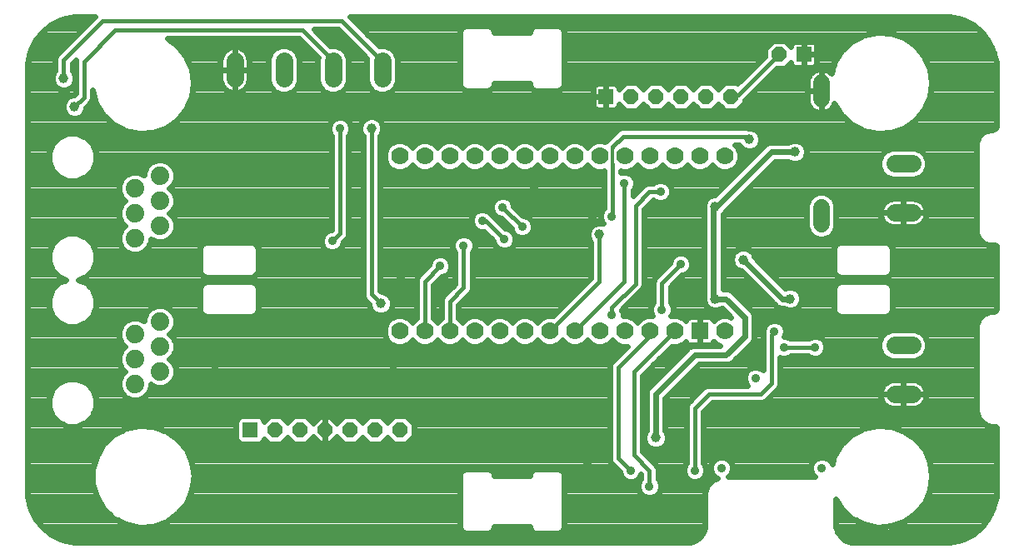
<source format=gbl>
G75*
%MOIN*%
%OFA0B0*%
%FSLAX25Y25*%
%IPPOS*%
%LPD*%
%AMOC8*
5,1,8,0,0,1.08239X$1,22.5*
%
%ADD10C,0.07050*%
%ADD11C,0.07400*%
%ADD12C,0.07000*%
%ADD13R,0.07000X0.07000*%
%ADD14R,0.06000X0.06000*%
%ADD15OC8,0.06000*%
%ADD16C,0.06600*%
%ADD17C,0.02400*%
%ADD18C,0.03962*%
%ADD19C,0.03569*%
%ADD20C,0.01600*%
%ADD21C,0.01200*%
D10*
X0098361Y0221924D02*
X0098361Y0228974D01*
X0118046Y0228974D02*
X0118046Y0221924D01*
X0137731Y0221924D02*
X0137731Y0228974D01*
X0157416Y0228974D02*
X0157416Y0221924D01*
X0362336Y0187969D02*
X0369386Y0187969D01*
X0369386Y0168283D02*
X0362336Y0168283D01*
X0362336Y0115331D02*
X0369386Y0115331D01*
X0369386Y0095646D02*
X0362336Y0095646D01*
D11*
X0068400Y0104780D03*
X0058400Y0109780D03*
X0068400Y0114780D03*
X0058400Y0119780D03*
X0068400Y0124780D03*
X0058400Y0099780D03*
X0058400Y0158047D03*
X0068400Y0163047D03*
X0058400Y0168047D03*
X0068400Y0173047D03*
X0058400Y0178047D03*
X0068400Y0183047D03*
D12*
X0164424Y0190921D03*
X0174424Y0190921D03*
X0184424Y0190921D03*
X0194424Y0190921D03*
X0204424Y0190921D03*
X0214424Y0190921D03*
X0224424Y0190921D03*
X0234424Y0190921D03*
X0244424Y0190921D03*
X0254424Y0190921D03*
X0264424Y0190921D03*
X0274424Y0190921D03*
X0284424Y0190921D03*
X0294424Y0190921D03*
X0294424Y0120921D03*
X0274424Y0120921D03*
X0264424Y0120921D03*
X0254424Y0120921D03*
X0244424Y0120921D03*
X0234424Y0120921D03*
X0224424Y0120921D03*
X0214424Y0120921D03*
X0204424Y0120921D03*
X0194424Y0120921D03*
X0184424Y0120921D03*
X0174424Y0120921D03*
X0164424Y0120921D03*
D13*
X0284424Y0120921D03*
D14*
X0246933Y0214740D03*
X0326017Y0231576D03*
X0104527Y0081364D03*
D15*
X0114527Y0081364D03*
X0124527Y0081364D03*
X0134527Y0081364D03*
X0144527Y0081364D03*
X0154527Y0081364D03*
X0164527Y0081364D03*
X0256933Y0214740D03*
X0266933Y0214740D03*
X0276933Y0214740D03*
X0286933Y0214740D03*
X0296933Y0214740D03*
X0316017Y0231576D03*
D16*
X0332995Y0220336D02*
X0332995Y0213736D01*
X0332995Y0170336D02*
X0332995Y0163736D01*
D17*
X0034026Y0036376D02*
X0029456Y0037419D01*
X0025232Y0039453D01*
X0021567Y0042376D01*
X0018644Y0046041D01*
X0016610Y0050264D01*
X0015567Y0054835D01*
X0015435Y0057179D01*
X0015435Y0225845D01*
X0015567Y0228189D01*
X0016610Y0232759D01*
X0018644Y0236983D01*
X0021567Y0240648D01*
X0025232Y0243571D01*
X0029456Y0245605D01*
X0034026Y0246648D01*
X0036370Y0246780D01*
X0042413Y0246780D01*
X0027053Y0231420D01*
X0026535Y0230170D01*
X0026535Y0225073D01*
X0026052Y0224589D01*
X0025354Y0222905D01*
X0025354Y0221083D01*
X0026052Y0219399D01*
X0027340Y0218110D01*
X0029024Y0217413D01*
X0030847Y0217413D01*
X0032530Y0218110D01*
X0033819Y0219399D01*
X0034517Y0221083D01*
X0034517Y0222905D01*
X0033819Y0224589D01*
X0033335Y0225073D01*
X0033335Y0228086D01*
X0034660Y0229411D01*
X0034660Y0215902D01*
X0034083Y0215325D01*
X0033399Y0215325D01*
X0031715Y0214628D01*
X0030427Y0213339D01*
X0029729Y0211655D01*
X0029729Y0209833D01*
X0030427Y0208149D01*
X0031715Y0206860D01*
X0033399Y0206163D01*
X0035222Y0206163D01*
X0036905Y0206860D01*
X0038194Y0208149D01*
X0038892Y0209833D01*
X0038892Y0210517D01*
X0039986Y0211612D01*
X0040943Y0212568D01*
X0041460Y0213818D01*
X0041460Y0217264D01*
X0042910Y0212090D01*
X0042910Y0212089D01*
X0045790Y0207354D01*
X0049840Y0203571D01*
X0054761Y0201022D01*
X0060187Y0199894D01*
X0060187Y0199894D01*
X0065716Y0200272D01*
X0065717Y0200272D01*
X0070939Y0202128D01*
X0075466Y0205324D01*
X0075466Y0205324D01*
X0075466Y0205324D01*
X0078964Y0209623D01*
X0078964Y0209623D01*
X0081172Y0214707D01*
X0081927Y0220197D01*
X0081172Y0225688D01*
X0078964Y0230771D01*
X0075466Y0235070D01*
X0071360Y0237969D01*
X0124152Y0237969D01*
X0131700Y0230421D01*
X0131606Y0230192D01*
X0131606Y0220705D01*
X0132538Y0218454D01*
X0134261Y0216731D01*
X0136512Y0215799D01*
X0138949Y0215799D01*
X0141200Y0216731D01*
X0142923Y0218454D01*
X0143856Y0220705D01*
X0143856Y0230192D01*
X0142923Y0232443D01*
X0141200Y0234166D01*
X0138949Y0235099D01*
X0136639Y0235099D01*
X0130019Y0241719D01*
X0139777Y0241719D01*
X0151295Y0230202D01*
X0151291Y0230192D01*
X0151291Y0220705D01*
X0152223Y0218454D01*
X0153946Y0216731D01*
X0156197Y0215799D01*
X0158634Y0215799D01*
X0160885Y0216731D01*
X0162608Y0218454D01*
X0163541Y0220705D01*
X0163541Y0230192D01*
X0162608Y0232443D01*
X0160885Y0234166D01*
X0158634Y0235099D01*
X0156197Y0235099D01*
X0156068Y0235045D01*
X0144333Y0246780D01*
X0381655Y0246780D01*
X0381656Y0246779D01*
X0382252Y0246780D01*
X0382253Y0246780D01*
X0384590Y0246650D01*
X0389147Y0245612D01*
X0393359Y0243587D01*
X0397015Y0240675D01*
X0399931Y0237022D01*
X0401961Y0232812D01*
X0403004Y0228256D01*
X0403136Y0225920D01*
X0403136Y0203195D01*
X0403099Y0202814D01*
X0402807Y0202111D01*
X0402269Y0201573D01*
X0401566Y0201282D01*
X0401185Y0201244D01*
X0399967Y0201244D01*
X0397716Y0200312D01*
X0397716Y0200312D01*
X0395993Y0198589D01*
X0395060Y0196337D01*
X0395060Y0160151D01*
X0395993Y0157900D01*
X0395993Y0157900D01*
X0397716Y0156177D01*
X0399967Y0155244D01*
X0402435Y0155244D01*
X0402582Y0155230D01*
X0402852Y0155118D01*
X0402852Y0155118D01*
X0403059Y0154911D01*
X0403171Y0154640D01*
X0403185Y0154494D01*
X0403185Y0130119D01*
X0403159Y0129851D01*
X0402954Y0129355D01*
X0402574Y0128976D01*
X0402079Y0128770D01*
X0401810Y0128744D01*
X0400468Y0128744D01*
X0397987Y0127716D01*
X0396088Y0125818D01*
X0396088Y0125818D01*
X0395060Y0123337D01*
X0395060Y0088652D01*
X0396183Y0085941D01*
X0398258Y0083867D01*
X0400968Y0082744D01*
X0402435Y0082744D01*
X0402582Y0082730D01*
X0402852Y0082618D01*
X0403059Y0082411D01*
X0403171Y0082140D01*
X0403185Y0081994D01*
X0403185Y0080746D01*
X0403137Y0057777D01*
X0403136Y0057772D01*
X0403136Y0057179D01*
X0403136Y0057175D01*
X0403007Y0054834D01*
X0401970Y0050268D01*
X0399943Y0046047D01*
X0397027Y0042384D01*
X0393369Y0039461D01*
X0389153Y0037425D01*
X0384589Y0036378D01*
X0382248Y0036244D01*
X0346195Y0036244D01*
X0345048Y0036334D01*
X0342865Y0037044D01*
X0341009Y0038392D01*
X0339660Y0040249D01*
X0338951Y0042431D01*
X0338861Y0043579D01*
X0338861Y0053722D01*
X0341141Y0049971D01*
X0341141Y0049971D01*
X0345192Y0046189D01*
X0345192Y0046189D01*
X0350113Y0043639D01*
X0355539Y0042511D01*
X0361068Y0042889D01*
X0366290Y0044745D01*
X0366290Y0044745D01*
X0370818Y0047941D01*
X0370818Y0047941D01*
X0370818Y0047941D01*
X0374316Y0052241D01*
X0376524Y0057324D01*
X0377278Y0062814D01*
X0376524Y0068305D01*
X0374316Y0073388D01*
X0374316Y0073388D01*
X0370818Y0077687D01*
X0366290Y0080883D01*
X0361068Y0082739D01*
X0355539Y0083118D01*
X0350113Y0081990D01*
X0350113Y0081990D01*
X0345192Y0079440D01*
X0345192Y0079440D01*
X0341141Y0075657D01*
X0338262Y0070922D01*
X0337372Y0067747D01*
X0337018Y0068602D01*
X0335785Y0069835D01*
X0334174Y0070502D01*
X0332429Y0070502D01*
X0330818Y0069835D01*
X0329585Y0068602D01*
X0328917Y0066990D01*
X0328917Y0065246D01*
X0329585Y0063635D01*
X0330597Y0062622D01*
X0295848Y0062622D01*
X0296861Y0063635D01*
X0297528Y0065246D01*
X0297528Y0066990D01*
X0296861Y0068602D01*
X0295628Y0069835D01*
X0294016Y0070502D01*
X0292272Y0070502D01*
X0290661Y0069835D01*
X0289427Y0068602D01*
X0288760Y0066990D01*
X0288760Y0065246D01*
X0289427Y0063635D01*
X0290661Y0062401D01*
X0291349Y0062116D01*
X0289661Y0061376D01*
X0289661Y0061376D01*
X0287569Y0059195D01*
X0286471Y0056380D01*
X0286502Y0054901D01*
X0286502Y0043579D01*
X0286412Y0042431D01*
X0285703Y0040249D01*
X0284354Y0038392D01*
X0282498Y0037044D01*
X0280315Y0036334D01*
X0279168Y0036244D01*
X0036370Y0036244D01*
X0034026Y0036376D01*
X0028164Y0038041D02*
X0283871Y0038041D01*
X0285765Y0040440D02*
X0228886Y0040440D01*
X0228899Y0040445D02*
X0229742Y0041289D01*
X0230199Y0042391D01*
X0230199Y0043585D01*
X0230199Y0063467D01*
X0229742Y0064569D01*
X0228899Y0065413D01*
X0227796Y0065870D01*
X0218728Y0065870D01*
X0217626Y0065413D01*
X0216782Y0064569D01*
X0216325Y0063467D01*
X0216325Y0063129D01*
X0202246Y0063129D01*
X0202246Y0063467D01*
X0201790Y0064569D01*
X0200946Y0065413D01*
X0199843Y0065870D01*
X0190776Y0065870D01*
X0189673Y0065413D01*
X0188829Y0064569D01*
X0188372Y0063467D01*
X0188372Y0042391D01*
X0188829Y0041289D01*
X0189673Y0040445D01*
X0190776Y0039988D01*
X0199843Y0039988D01*
X0200946Y0040445D01*
X0201790Y0041289D01*
X0202246Y0042391D01*
X0202246Y0042729D01*
X0216325Y0042729D01*
X0216325Y0042391D01*
X0216782Y0041289D01*
X0217626Y0040445D01*
X0218728Y0039988D01*
X0227796Y0039988D01*
X0228899Y0040445D01*
X0230199Y0042838D02*
X0286444Y0042838D01*
X0286502Y0045237D02*
X0230199Y0045237D01*
X0230199Y0047635D02*
X0286502Y0047635D01*
X0286502Y0050034D02*
X0230199Y0050034D01*
X0230199Y0052432D02*
X0286502Y0052432D01*
X0286502Y0054831D02*
X0266017Y0054831D01*
X0266794Y0055152D02*
X0268027Y0056386D01*
X0268695Y0057997D01*
X0268695Y0059741D01*
X0268027Y0061353D01*
X0267710Y0061669D01*
X0267710Y0065795D01*
X0267193Y0067045D01*
X0266236Y0068001D01*
X0261460Y0072777D01*
X0261460Y0103150D01*
X0273155Y0114844D01*
X0273210Y0114821D01*
X0275637Y0114821D01*
X0277879Y0115750D01*
X0278837Y0116708D01*
X0278874Y0116572D01*
X0279163Y0116070D01*
X0279573Y0115661D01*
X0280074Y0115371D01*
X0280634Y0115221D01*
X0284424Y0115221D01*
X0288213Y0115221D01*
X0288773Y0115371D01*
X0289274Y0115661D01*
X0289684Y0116070D01*
X0289974Y0116572D01*
X0290010Y0116708D01*
X0290968Y0115750D01*
X0292371Y0115169D01*
X0281680Y0115169D01*
X0280283Y0114591D01*
X0264658Y0098966D01*
X0263589Y0097897D01*
X0263010Y0096500D01*
X0263010Y0080923D01*
X0262927Y0080839D01*
X0262229Y0079155D01*
X0262229Y0077333D01*
X0262927Y0075649D01*
X0264215Y0074360D01*
X0265899Y0073663D01*
X0267722Y0073663D01*
X0269405Y0074360D01*
X0270694Y0075649D01*
X0271392Y0077333D01*
X0271392Y0079155D01*
X0270694Y0080839D01*
X0270610Y0080923D01*
X0270610Y0094170D01*
X0284009Y0107569D01*
X0295691Y0107569D01*
X0297088Y0108148D01*
X0298157Y0109217D01*
X0305657Y0116717D01*
X0306235Y0118113D01*
X0306235Y0127125D01*
X0305657Y0128522D01*
X0298157Y0136022D01*
X0297088Y0137091D01*
X0295691Y0137669D01*
X0293735Y0137669D01*
X0293735Y0167440D01*
X0294444Y0168149D01*
X0294783Y0168968D01*
X0314634Y0188819D01*
X0319757Y0188819D01*
X0319840Y0188735D01*
X0321524Y0188038D01*
X0323347Y0188038D01*
X0325030Y0188735D01*
X0326319Y0190024D01*
X0327017Y0191708D01*
X0327017Y0193530D01*
X0326319Y0195214D01*
X0325030Y0196503D01*
X0323347Y0197200D01*
X0321524Y0197200D01*
X0319840Y0196503D01*
X0319757Y0196419D01*
X0312305Y0196419D01*
X0310908Y0195841D01*
X0290393Y0175325D01*
X0289649Y0175325D01*
X0287965Y0174628D01*
X0286677Y0173339D01*
X0285979Y0171655D01*
X0285979Y0169833D01*
X0286135Y0169456D01*
X0286135Y0135157D01*
X0285979Y0134780D01*
X0285979Y0132958D01*
X0286677Y0131274D01*
X0287965Y0129985D01*
X0289649Y0129288D01*
X0291472Y0129288D01*
X0293155Y0129985D01*
X0293239Y0130069D01*
X0293361Y0130069D01*
X0296955Y0126475D01*
X0295637Y0127021D01*
X0293210Y0127021D01*
X0290968Y0126093D01*
X0290010Y0125134D01*
X0289974Y0125270D01*
X0289684Y0125772D01*
X0289274Y0126182D01*
X0288773Y0126471D01*
X0288213Y0126621D01*
X0284424Y0126621D01*
X0284424Y0120921D01*
X0284424Y0115221D01*
X0284424Y0120921D01*
X0284424Y0120921D01*
X0284424Y0120921D01*
X0284424Y0126621D01*
X0280634Y0126621D01*
X0280074Y0126471D01*
X0279573Y0126182D01*
X0279163Y0125772D01*
X0278874Y0125270D01*
X0278837Y0125134D01*
X0277879Y0126093D01*
X0275637Y0127021D01*
X0273210Y0127021D01*
X0272916Y0126899D01*
X0273027Y0127011D01*
X0273695Y0128622D01*
X0273695Y0130366D01*
X0273027Y0131978D01*
X0272710Y0132294D01*
X0272710Y0138711D01*
X0277234Y0143235D01*
X0277683Y0143235D01*
X0279294Y0143902D01*
X0280527Y0145136D01*
X0281195Y0146747D01*
X0281195Y0148491D01*
X0280527Y0150103D01*
X0279294Y0151336D01*
X0277683Y0152003D01*
X0275938Y0152003D01*
X0274327Y0151336D01*
X0273094Y0150103D01*
X0272426Y0148491D01*
X0272426Y0148043D01*
X0266428Y0142045D01*
X0265910Y0140795D01*
X0265910Y0132294D01*
X0265594Y0131978D01*
X0264926Y0130366D01*
X0264926Y0128622D01*
X0265589Y0127021D01*
X0263210Y0127021D01*
X0260968Y0126093D01*
X0259424Y0124548D01*
X0257879Y0126093D01*
X0255637Y0127021D01*
X0253695Y0127021D01*
X0253695Y0128179D01*
X0253159Y0129472D01*
X0260611Y0136924D01*
X0261568Y0137881D01*
X0262085Y0139130D01*
X0262085Y0169648D01*
X0265719Y0173282D01*
X0265885Y0173282D01*
X0266202Y0172965D01*
X0267813Y0172297D01*
X0269558Y0172297D01*
X0271169Y0172965D01*
X0272402Y0174198D01*
X0273070Y0175809D01*
X0273070Y0177554D01*
X0272402Y0179165D01*
X0271169Y0180398D01*
X0269558Y0181066D01*
X0267813Y0181066D01*
X0266202Y0180398D01*
X0265885Y0180082D01*
X0263634Y0180082D01*
X0262384Y0179564D01*
X0261428Y0178608D01*
X0257710Y0174890D01*
X0257710Y0177319D01*
X0258027Y0177636D01*
X0258695Y0179247D01*
X0258695Y0180991D01*
X0258027Y0182603D01*
X0256794Y0183836D01*
X0255183Y0184503D01*
X0253438Y0184503D01*
X0252789Y0184234D01*
X0252789Y0184996D01*
X0253210Y0184821D01*
X0255637Y0184821D01*
X0257879Y0185750D01*
X0259424Y0187295D01*
X0260968Y0185750D01*
X0263210Y0184821D01*
X0265637Y0184821D01*
X0267879Y0185750D01*
X0269424Y0187295D01*
X0270968Y0185750D01*
X0273210Y0184821D01*
X0275637Y0184821D01*
X0277879Y0185750D01*
X0279424Y0187295D01*
X0280968Y0185750D01*
X0283210Y0184821D01*
X0285637Y0184821D01*
X0287879Y0185750D01*
X0289424Y0187295D01*
X0290968Y0185750D01*
X0293210Y0184821D01*
X0295637Y0184821D01*
X0297879Y0185750D01*
X0299595Y0187466D01*
X0300524Y0189708D01*
X0300524Y0192135D01*
X0299595Y0194377D01*
X0298502Y0195469D01*
X0300242Y0195469D01*
X0300427Y0195024D01*
X0301715Y0193735D01*
X0303399Y0193038D01*
X0305222Y0193038D01*
X0306905Y0193735D01*
X0308194Y0195024D01*
X0308892Y0196708D01*
X0308892Y0198530D01*
X0308194Y0200214D01*
X0306905Y0201503D01*
X0305222Y0202200D01*
X0303903Y0202200D01*
X0303737Y0202269D01*
X0253009Y0202269D01*
X0251759Y0201751D01*
X0247463Y0197455D01*
X0246621Y0196613D01*
X0245637Y0197021D01*
X0243210Y0197021D01*
X0240968Y0196093D01*
X0239424Y0194548D01*
X0237879Y0196093D01*
X0235637Y0197021D01*
X0233210Y0197021D01*
X0230968Y0196093D01*
X0229424Y0194548D01*
X0227879Y0196093D01*
X0225637Y0197021D01*
X0223210Y0197021D01*
X0220968Y0196093D01*
X0219424Y0194548D01*
X0217879Y0196093D01*
X0215637Y0197021D01*
X0213210Y0197021D01*
X0210968Y0196093D01*
X0209424Y0194548D01*
X0207879Y0196093D01*
X0205637Y0197021D01*
X0203210Y0197021D01*
X0200968Y0196093D01*
X0199424Y0194548D01*
X0197879Y0196093D01*
X0195637Y0197021D01*
X0193210Y0197021D01*
X0190968Y0196093D01*
X0189424Y0194548D01*
X0187879Y0196093D01*
X0185637Y0197021D01*
X0183210Y0197021D01*
X0180968Y0196093D01*
X0179424Y0194548D01*
X0177879Y0196093D01*
X0175637Y0197021D01*
X0173210Y0197021D01*
X0170968Y0196093D01*
X0169424Y0194548D01*
X0167879Y0196093D01*
X0165637Y0197021D01*
X0163210Y0197021D01*
X0160968Y0196093D01*
X0159252Y0194377D01*
X0158324Y0192135D01*
X0158324Y0189708D01*
X0159252Y0187466D01*
X0160968Y0185750D01*
X0163210Y0184821D01*
X0165637Y0184821D01*
X0167879Y0185750D01*
X0169424Y0187295D01*
X0170968Y0185750D01*
X0173210Y0184821D01*
X0175637Y0184821D01*
X0177879Y0185750D01*
X0179424Y0187295D01*
X0180968Y0185750D01*
X0183210Y0184821D01*
X0185637Y0184821D01*
X0187879Y0185750D01*
X0189424Y0187295D01*
X0190968Y0185750D01*
X0193210Y0184821D01*
X0195637Y0184821D01*
X0197879Y0185750D01*
X0199424Y0187295D01*
X0200968Y0185750D01*
X0203210Y0184821D01*
X0205637Y0184821D01*
X0207879Y0185750D01*
X0209424Y0187295D01*
X0210968Y0185750D01*
X0213210Y0184821D01*
X0215637Y0184821D01*
X0217879Y0185750D01*
X0219424Y0187295D01*
X0220968Y0185750D01*
X0223210Y0184821D01*
X0225637Y0184821D01*
X0227879Y0185750D01*
X0229424Y0187295D01*
X0230968Y0185750D01*
X0233210Y0184821D01*
X0235637Y0184821D01*
X0237879Y0185750D01*
X0239424Y0187295D01*
X0240968Y0185750D01*
X0243210Y0184821D01*
X0245637Y0184821D01*
X0245989Y0184967D01*
X0245989Y0170029D01*
X0245320Y0169360D01*
X0244653Y0167749D01*
X0244653Y0166005D01*
X0245320Y0164393D01*
X0245756Y0163957D01*
X0245163Y0164203D01*
X0243340Y0164203D01*
X0241656Y0163506D01*
X0240368Y0162217D01*
X0239670Y0160533D01*
X0239670Y0158711D01*
X0240368Y0157027D01*
X0240851Y0156543D01*
X0240851Y0142157D01*
X0225692Y0126998D01*
X0225637Y0127021D01*
X0223210Y0127021D01*
X0220968Y0126093D01*
X0219424Y0124548D01*
X0217879Y0126093D01*
X0215637Y0127021D01*
X0213210Y0127021D01*
X0210968Y0126093D01*
X0209424Y0124548D01*
X0207879Y0126093D01*
X0205637Y0127021D01*
X0203210Y0127021D01*
X0200968Y0126093D01*
X0199424Y0124548D01*
X0197879Y0126093D01*
X0195637Y0127021D01*
X0193210Y0127021D01*
X0190968Y0126093D01*
X0189424Y0124548D01*
X0187879Y0126093D01*
X0187824Y0126116D01*
X0187824Y0131324D01*
X0192818Y0136318D01*
X0193335Y0137568D01*
X0193335Y0152319D01*
X0193652Y0152636D01*
X0194320Y0154247D01*
X0194320Y0155991D01*
X0193652Y0157603D01*
X0192419Y0158836D01*
X0190808Y0159503D01*
X0189063Y0159503D01*
X0187452Y0158836D01*
X0186219Y0157603D01*
X0185551Y0155991D01*
X0185551Y0154247D01*
X0186219Y0152636D01*
X0186535Y0152319D01*
X0186535Y0139652D01*
X0182498Y0135615D01*
X0181541Y0134658D01*
X0181024Y0133409D01*
X0181024Y0126116D01*
X0180968Y0126093D01*
X0179424Y0124548D01*
X0177879Y0126093D01*
X0177824Y0126116D01*
X0177824Y0139449D01*
X0180984Y0142610D01*
X0181433Y0142610D01*
X0183044Y0143277D01*
X0184277Y0144511D01*
X0184945Y0146122D01*
X0184945Y0147866D01*
X0184277Y0149478D01*
X0183044Y0150711D01*
X0181433Y0151378D01*
X0179688Y0151378D01*
X0178077Y0150711D01*
X0176844Y0149478D01*
X0176176Y0147866D01*
X0176176Y0147418D01*
X0172498Y0143740D01*
X0171541Y0142783D01*
X0171024Y0141534D01*
X0171024Y0126116D01*
X0170968Y0126093D01*
X0169424Y0124548D01*
X0167879Y0126093D01*
X0165637Y0127021D01*
X0163210Y0127021D01*
X0160968Y0126093D01*
X0159252Y0124377D01*
X0158324Y0122135D01*
X0158324Y0119708D01*
X0159252Y0117466D01*
X0160968Y0115750D01*
X0163210Y0114821D01*
X0165637Y0114821D01*
X0167879Y0115750D01*
X0169424Y0117295D01*
X0170968Y0115750D01*
X0173210Y0114821D01*
X0175637Y0114821D01*
X0177879Y0115750D01*
X0179424Y0117295D01*
X0180968Y0115750D01*
X0183210Y0114821D01*
X0185637Y0114821D01*
X0187879Y0115750D01*
X0189424Y0117295D01*
X0190968Y0115750D01*
X0193210Y0114821D01*
X0195637Y0114821D01*
X0197879Y0115750D01*
X0199424Y0117295D01*
X0200968Y0115750D01*
X0203210Y0114821D01*
X0205637Y0114821D01*
X0207879Y0115750D01*
X0209424Y0117295D01*
X0210968Y0115750D01*
X0213210Y0114821D01*
X0215637Y0114821D01*
X0217879Y0115750D01*
X0219424Y0117295D01*
X0220968Y0115750D01*
X0223210Y0114821D01*
X0225637Y0114821D01*
X0227879Y0115750D01*
X0229424Y0117295D01*
X0230968Y0115750D01*
X0233210Y0114821D01*
X0235637Y0114821D01*
X0237879Y0115750D01*
X0239424Y0117295D01*
X0240968Y0115750D01*
X0243210Y0114821D01*
X0245637Y0114821D01*
X0247879Y0115750D01*
X0249424Y0117295D01*
X0250968Y0115750D01*
X0253210Y0114821D01*
X0255454Y0114821D01*
X0248928Y0108295D01*
X0248410Y0107045D01*
X0248410Y0069443D01*
X0248928Y0068193D01*
X0249884Y0067237D01*
X0252426Y0064695D01*
X0252426Y0064247D01*
X0253094Y0062636D01*
X0254327Y0061402D01*
X0255938Y0060735D01*
X0257683Y0060735D01*
X0259294Y0061402D01*
X0260527Y0062636D01*
X0260910Y0063561D01*
X0260910Y0061669D01*
X0260594Y0061353D01*
X0259926Y0059741D01*
X0259926Y0057997D01*
X0260594Y0056386D01*
X0261827Y0055152D01*
X0263438Y0054485D01*
X0265183Y0054485D01*
X0266794Y0055152D01*
X0268377Y0057229D02*
X0286803Y0057229D01*
X0286471Y0056380D02*
X0286471Y0056380D01*
X0287569Y0059195D02*
X0287569Y0059195D01*
X0287984Y0059628D02*
X0268695Y0059628D01*
X0267710Y0062026D02*
X0279328Y0062026D01*
X0278719Y0062636D02*
X0279952Y0061402D01*
X0281563Y0060735D01*
X0283308Y0060735D01*
X0284919Y0061402D01*
X0286152Y0062636D01*
X0286820Y0064247D01*
X0286820Y0065991D01*
X0286152Y0067603D01*
X0285835Y0067919D01*
X0285835Y0088711D01*
X0289469Y0092344D01*
X0309362Y0092344D01*
X0310611Y0092862D01*
X0311568Y0093818D01*
X0314986Y0097237D01*
X0315943Y0098193D01*
X0316460Y0099443D01*
X0316460Y0110411D01*
X0317188Y0110110D01*
X0318933Y0110110D01*
X0320544Y0110777D01*
X0320861Y0111094D01*
X0327760Y0111094D01*
X0328077Y0110777D01*
X0329688Y0110110D01*
X0331433Y0110110D01*
X0333044Y0110777D01*
X0334277Y0112011D01*
X0334945Y0113622D01*
X0334945Y0115366D01*
X0334277Y0116978D01*
X0333044Y0118211D01*
X0331433Y0118878D01*
X0329688Y0118878D01*
X0328077Y0118211D01*
X0327760Y0117894D01*
X0320861Y0117894D01*
X0320544Y0118211D01*
X0318933Y0118878D01*
X0318283Y0118878D01*
X0318695Y0119872D01*
X0318695Y0121616D01*
X0318027Y0123228D01*
X0316794Y0124461D01*
X0315183Y0125128D01*
X0313438Y0125128D01*
X0311827Y0124461D01*
X0310594Y0123228D01*
X0309926Y0121616D01*
X0309926Y0120812D01*
X0309660Y0120170D01*
X0309660Y0105408D01*
X0309210Y0105859D01*
X0307599Y0106526D01*
X0305855Y0106526D01*
X0304243Y0105859D01*
X0303010Y0104625D01*
X0302343Y0103014D01*
X0302343Y0101270D01*
X0303010Y0099658D01*
X0303524Y0099144D01*
X0287384Y0099144D01*
X0286134Y0098626D01*
X0285178Y0097670D01*
X0279553Y0092045D01*
X0279035Y0090795D01*
X0279035Y0067919D01*
X0278719Y0067603D01*
X0278051Y0065991D01*
X0278051Y0064247D01*
X0278719Y0062636D01*
X0278051Y0064425D02*
X0267710Y0064425D01*
X0267285Y0066823D02*
X0278396Y0066823D01*
X0279035Y0069222D02*
X0265016Y0069222D01*
X0262618Y0071620D02*
X0279035Y0071620D01*
X0279035Y0074019D02*
X0268581Y0074019D01*
X0271012Y0076417D02*
X0279035Y0076417D01*
X0279035Y0078816D02*
X0271392Y0078816D01*
X0270610Y0081214D02*
X0279035Y0081214D01*
X0279035Y0083613D02*
X0270610Y0083613D01*
X0270610Y0086011D02*
X0279035Y0086011D01*
X0279035Y0088410D02*
X0270610Y0088410D01*
X0270610Y0090808D02*
X0279041Y0090808D01*
X0280715Y0093207D02*
X0270610Y0093207D01*
X0272046Y0095605D02*
X0283113Y0095605D01*
X0285512Y0098004D02*
X0274444Y0098004D01*
X0276843Y0100402D02*
X0302702Y0100402D01*
X0302343Y0102801D02*
X0279241Y0102801D01*
X0281640Y0105199D02*
X0303584Y0105199D01*
X0309660Y0107598D02*
X0295761Y0107598D01*
X0294935Y0111369D02*
X0282435Y0111369D01*
X0266810Y0095744D01*
X0266810Y0078244D01*
X0262609Y0076417D02*
X0261460Y0076417D01*
X0261460Y0074019D02*
X0265040Y0074019D01*
X0262229Y0078816D02*
X0261460Y0078816D01*
X0261460Y0081214D02*
X0263010Y0081214D01*
X0263010Y0083613D02*
X0261460Y0083613D01*
X0261460Y0086011D02*
X0263010Y0086011D01*
X0263010Y0088410D02*
X0261460Y0088410D01*
X0261460Y0090808D02*
X0263010Y0090808D01*
X0263010Y0093207D02*
X0261460Y0093207D01*
X0261460Y0095605D02*
X0263010Y0095605D01*
X0263696Y0098004D02*
X0261460Y0098004D01*
X0261460Y0100402D02*
X0266095Y0100402D01*
X0268493Y0102801D02*
X0261460Y0102801D01*
X0263510Y0105199D02*
X0270892Y0105199D01*
X0273290Y0107598D02*
X0265909Y0107598D01*
X0268307Y0109996D02*
X0275689Y0109996D01*
X0278087Y0112395D02*
X0270706Y0112395D01*
X0273104Y0114793D02*
X0280773Y0114793D01*
X0284424Y0117192D02*
X0284424Y0117192D01*
X0284424Y0119591D02*
X0284424Y0119591D01*
X0284424Y0121989D02*
X0284424Y0121989D01*
X0284424Y0124388D02*
X0284424Y0124388D01*
X0292642Y0126786D02*
X0276205Y0126786D01*
X0273695Y0129185D02*
X0294246Y0129185D01*
X0296205Y0126786D02*
X0296644Y0126786D01*
X0302435Y0126369D02*
X0294935Y0133869D01*
X0290560Y0133869D01*
X0289935Y0134494D01*
X0289935Y0170119D01*
X0290560Y0170744D01*
X0291185Y0170744D01*
X0313060Y0192619D01*
X0322435Y0192619D01*
X0325442Y0189147D02*
X0356211Y0189147D01*
X0356211Y0189187D02*
X0356211Y0186750D01*
X0357143Y0184499D01*
X0358866Y0182776D01*
X0361117Y0181844D01*
X0370604Y0181844D01*
X0372855Y0182776D01*
X0374578Y0184499D01*
X0375511Y0186750D01*
X0375511Y0189187D01*
X0374578Y0191438D01*
X0372855Y0193161D01*
X0370604Y0194093D01*
X0361117Y0194093D01*
X0358866Y0193161D01*
X0357143Y0191438D01*
X0356211Y0189187D01*
X0356211Y0186749D02*
X0312564Y0186749D01*
X0310166Y0184350D02*
X0357292Y0184350D01*
X0360856Y0181952D02*
X0307767Y0181952D01*
X0305369Y0179553D02*
X0395060Y0179553D01*
X0395060Y0177155D02*
X0302970Y0177155D01*
X0300572Y0174756D02*
X0329072Y0174756D01*
X0329653Y0175338D02*
X0327993Y0173678D01*
X0327095Y0171510D01*
X0327095Y0162562D01*
X0327993Y0160394D01*
X0329653Y0158734D01*
X0331822Y0157836D01*
X0334169Y0157836D01*
X0336337Y0158734D01*
X0337997Y0160394D01*
X0338895Y0162562D01*
X0338895Y0171510D01*
X0337997Y0173678D01*
X0336337Y0175338D01*
X0334169Y0176236D01*
X0331822Y0176236D01*
X0329653Y0175338D01*
X0327447Y0172358D02*
X0298173Y0172358D01*
X0295775Y0169959D02*
X0327095Y0169959D01*
X0327095Y0167561D02*
X0293856Y0167561D01*
X0293735Y0165162D02*
X0327095Y0165162D01*
X0327095Y0162764D02*
X0293735Y0162764D01*
X0293735Y0160365D02*
X0328022Y0160365D01*
X0331506Y0157967D02*
X0293735Y0157967D01*
X0293735Y0155568D02*
X0339080Y0155568D01*
X0339476Y0155965D02*
X0338632Y0155121D01*
X0338176Y0154018D01*
X0338176Y0144950D01*
X0338632Y0143848D01*
X0339476Y0143004D01*
X0340579Y0142547D01*
X0341772Y0142547D01*
X0358997Y0142547D01*
X0360099Y0143004D01*
X0360943Y0143848D01*
X0361400Y0144950D01*
X0361400Y0154018D01*
X0360943Y0155121D01*
X0360099Y0155965D01*
X0358997Y0156421D01*
X0340579Y0156421D01*
X0339476Y0155965D01*
X0338176Y0153170D02*
X0304614Y0153170D01*
X0304405Y0153378D02*
X0302722Y0154075D01*
X0300899Y0154075D01*
X0299215Y0153378D01*
X0297927Y0152089D01*
X0297229Y0150405D01*
X0297229Y0148583D01*
X0297927Y0146899D01*
X0299215Y0145610D01*
X0300899Y0144913D01*
X0301018Y0144913D01*
X0314214Y0131717D01*
X0315283Y0130648D01*
X0316680Y0130069D01*
X0317882Y0130069D01*
X0317965Y0129985D01*
X0319649Y0129288D01*
X0321472Y0129288D01*
X0323155Y0129985D01*
X0324444Y0131274D01*
X0325142Y0132958D01*
X0325142Y0134780D01*
X0324444Y0136464D01*
X0323155Y0137753D01*
X0321472Y0138450D01*
X0319649Y0138450D01*
X0318644Y0138034D01*
X0306392Y0150287D01*
X0306392Y0150405D01*
X0305694Y0152089D01*
X0304405Y0153378D01*
X0306240Y0150771D02*
X0338176Y0150771D01*
X0338176Y0148373D02*
X0308306Y0148373D01*
X0310704Y0145974D02*
X0338176Y0145974D01*
X0338905Y0143576D02*
X0313103Y0143576D01*
X0315501Y0141177D02*
X0403185Y0141177D01*
X0403185Y0138779D02*
X0361189Y0138779D01*
X0361400Y0138270D02*
X0360943Y0139373D01*
X0360099Y0140216D01*
X0358997Y0140673D01*
X0340579Y0140673D01*
X0339476Y0140216D01*
X0338632Y0139373D01*
X0338176Y0138270D01*
X0338176Y0129202D01*
X0338632Y0128100D01*
X0339476Y0127256D01*
X0340579Y0126799D01*
X0358997Y0126799D01*
X0360099Y0127256D01*
X0360943Y0128100D01*
X0361400Y0129202D01*
X0361400Y0138270D01*
X0361400Y0136380D02*
X0403185Y0136380D01*
X0403185Y0133982D02*
X0361400Y0133982D01*
X0361400Y0131583D02*
X0403185Y0131583D01*
X0402783Y0129185D02*
X0361393Y0129185D01*
X0361117Y0121456D02*
X0358866Y0120523D01*
X0357143Y0118800D01*
X0356211Y0116549D01*
X0356211Y0114112D01*
X0357143Y0111861D01*
X0358866Y0110138D01*
X0361117Y0109206D01*
X0370604Y0109206D01*
X0372855Y0110138D01*
X0374578Y0111861D01*
X0375511Y0114112D01*
X0375511Y0116549D01*
X0374578Y0118800D01*
X0372855Y0120523D01*
X0370604Y0121456D01*
X0361117Y0121456D01*
X0357933Y0119591D02*
X0318578Y0119591D01*
X0318540Y0121989D02*
X0395060Y0121989D01*
X0395060Y0119591D02*
X0373788Y0119591D01*
X0375244Y0117192D02*
X0395060Y0117192D01*
X0395060Y0114793D02*
X0375511Y0114793D01*
X0374799Y0112395D02*
X0395060Y0112395D01*
X0395060Y0109996D02*
X0372513Y0109996D01*
X0370726Y0101230D02*
X0369836Y0101371D01*
X0365861Y0101371D01*
X0365861Y0095646D01*
X0375111Y0095646D01*
X0375111Y0096096D01*
X0374970Y0096986D01*
X0374691Y0097843D01*
X0374282Y0098646D01*
X0373752Y0099375D01*
X0373115Y0100012D01*
X0372386Y0100542D01*
X0371583Y0100951D01*
X0370726Y0101230D01*
X0372578Y0100402D02*
X0395060Y0100402D01*
X0395060Y0098004D02*
X0374609Y0098004D01*
X0375111Y0095646D02*
X0365861Y0095646D01*
X0365861Y0095646D01*
X0365861Y0095646D01*
X0365861Y0101371D01*
X0361885Y0101371D01*
X0360995Y0101230D01*
X0360138Y0100951D01*
X0359335Y0100542D01*
X0358606Y0100012D01*
X0357969Y0099375D01*
X0357439Y0098646D01*
X0357030Y0097843D01*
X0356752Y0096986D01*
X0356611Y0096096D01*
X0356611Y0095646D01*
X0365860Y0095646D01*
X0365860Y0095646D01*
X0356611Y0095646D01*
X0356611Y0095195D01*
X0356752Y0094305D01*
X0357030Y0093448D01*
X0357439Y0092645D01*
X0357969Y0091916D01*
X0358606Y0091279D01*
X0359335Y0090749D01*
X0360138Y0090340D01*
X0360995Y0090062D01*
X0361885Y0089921D01*
X0365861Y0089921D01*
X0369836Y0089921D01*
X0370726Y0090062D01*
X0371583Y0090340D01*
X0372386Y0090749D01*
X0373115Y0091279D01*
X0373752Y0091916D01*
X0374282Y0092645D01*
X0374691Y0093448D01*
X0374970Y0094305D01*
X0375111Y0095195D01*
X0375111Y0095646D01*
X0375111Y0095605D02*
X0395060Y0095605D01*
X0395060Y0093207D02*
X0374568Y0093207D01*
X0372468Y0090808D02*
X0395060Y0090808D01*
X0395161Y0088410D02*
X0285835Y0088410D01*
X0285835Y0086011D02*
X0396154Y0086011D01*
X0396183Y0085941D02*
X0396183Y0085941D01*
X0398258Y0083867D02*
X0398258Y0083867D01*
X0398871Y0083613D02*
X0285835Y0083613D01*
X0285835Y0081214D02*
X0348616Y0081214D01*
X0344523Y0078816D02*
X0285835Y0078816D01*
X0285835Y0076417D02*
X0341955Y0076417D01*
X0341141Y0075657D02*
X0341141Y0075657D01*
X0340145Y0074019D02*
X0285835Y0074019D01*
X0285835Y0071620D02*
X0338686Y0071620D01*
X0338262Y0070922D02*
X0338262Y0070922D01*
X0337785Y0069222D02*
X0336398Y0069222D01*
X0330205Y0069222D02*
X0296241Y0069222D01*
X0297528Y0066823D02*
X0328917Y0066823D01*
X0329257Y0064425D02*
X0297188Y0064425D01*
X0291143Y0062026D02*
X0285543Y0062026D01*
X0286820Y0064425D02*
X0289100Y0064425D01*
X0288760Y0066823D02*
X0286475Y0066823D01*
X0285835Y0069222D02*
X0290047Y0069222D01*
X0260910Y0062026D02*
X0259918Y0062026D01*
X0259926Y0059628D02*
X0230199Y0059628D01*
X0230199Y0062026D02*
X0253703Y0062026D01*
X0252426Y0064425D02*
X0229802Y0064425D01*
X0230199Y0057229D02*
X0260244Y0057229D01*
X0262603Y0054831D02*
X0230199Y0054831D01*
X0216722Y0064425D02*
X0201850Y0064425D01*
X0188769Y0064425D02*
X0081778Y0064425D01*
X0082005Y0062775D02*
X0081250Y0068266D01*
X0079042Y0073349D01*
X0079042Y0073349D01*
X0075545Y0077648D01*
X0075545Y0077648D01*
X0071017Y0080844D01*
X0065795Y0082700D01*
X0065795Y0082700D01*
X0060265Y0083079D01*
X0054839Y0081951D01*
X0049918Y0079401D01*
X0045868Y0075618D01*
X0042988Y0070883D01*
X0041493Y0065546D01*
X0041493Y0060004D01*
X0042988Y0054668D01*
X0045868Y0049932D01*
X0049918Y0046149D01*
X0054839Y0043600D01*
X0060265Y0042472D01*
X0065795Y0042850D01*
X0071017Y0044706D01*
X0075545Y0047902D01*
X0079042Y0052201D01*
X0079042Y0052201D01*
X0081250Y0057285D01*
X0082005Y0062775D01*
X0081902Y0062026D02*
X0188372Y0062026D01*
X0188372Y0059628D02*
X0081572Y0059628D01*
X0081250Y0057285D02*
X0081250Y0057285D01*
X0081226Y0057229D02*
X0188372Y0057229D01*
X0188372Y0054831D02*
X0080184Y0054831D01*
X0079142Y0052432D02*
X0188372Y0052432D01*
X0188372Y0050034D02*
X0077279Y0050034D01*
X0075545Y0047902D02*
X0075545Y0047902D01*
X0075545Y0047902D01*
X0075166Y0047635D02*
X0188372Y0047635D01*
X0188372Y0045237D02*
X0071768Y0045237D01*
X0071017Y0044706D02*
X0071017Y0044706D01*
X0065616Y0042838D02*
X0188372Y0042838D01*
X0189686Y0040440D02*
X0023995Y0040440D01*
X0021198Y0042838D02*
X0058504Y0042838D01*
X0051680Y0045237D02*
X0019285Y0045237D01*
X0017876Y0047635D02*
X0048328Y0047635D01*
X0045868Y0049932D02*
X0045868Y0049932D01*
X0045868Y0049932D01*
X0045806Y0050034D02*
X0016721Y0050034D01*
X0016115Y0052432D02*
X0044348Y0052432D01*
X0042988Y0054668D02*
X0042988Y0054668D01*
X0042943Y0054831D02*
X0015568Y0054831D01*
X0015435Y0057229D02*
X0042271Y0057229D01*
X0041599Y0059628D02*
X0015435Y0059628D01*
X0015435Y0062026D02*
X0041493Y0062026D01*
X0041493Y0064425D02*
X0015435Y0064425D01*
X0015435Y0066823D02*
X0041851Y0066823D01*
X0042523Y0069222D02*
X0015435Y0069222D01*
X0015435Y0071620D02*
X0043437Y0071620D01*
X0042988Y0070883D02*
X0042988Y0070883D01*
X0044895Y0074019D02*
X0015435Y0074019D01*
X0015435Y0076417D02*
X0046723Y0076417D01*
X0045868Y0075618D02*
X0045868Y0075618D01*
X0049292Y0078816D02*
X0015435Y0078816D01*
X0015435Y0081214D02*
X0053418Y0081214D01*
X0054839Y0081951D02*
X0054839Y0081951D01*
X0049918Y0079401D02*
X0049918Y0079401D01*
X0060265Y0083079D02*
X0060265Y0083079D01*
X0069976Y0081214D02*
X0098927Y0081214D01*
X0098927Y0078816D02*
X0073891Y0078816D01*
X0071017Y0080844D02*
X0071017Y0080844D01*
X0076546Y0076417D02*
X0099797Y0076417D01*
X0100054Y0076160D02*
X0101010Y0075764D01*
X0108044Y0075764D01*
X0109000Y0076160D01*
X0109731Y0076891D01*
X0110126Y0077845D01*
X0112207Y0075764D01*
X0116847Y0075764D01*
X0119527Y0078445D01*
X0122207Y0075764D01*
X0126847Y0075764D01*
X0129810Y0078727D01*
X0132373Y0076164D01*
X0134527Y0076164D01*
X0136681Y0076164D01*
X0139244Y0078727D01*
X0142207Y0075764D01*
X0146847Y0075764D01*
X0149527Y0078445D01*
X0152207Y0075764D01*
X0156847Y0075764D01*
X0159527Y0078445D01*
X0162207Y0075764D01*
X0166847Y0075764D01*
X0170127Y0079045D01*
X0170127Y0083684D01*
X0166847Y0086964D01*
X0162207Y0086964D01*
X0159527Y0084284D01*
X0156847Y0086964D01*
X0152207Y0086964D01*
X0149527Y0084284D01*
X0146847Y0086964D01*
X0142207Y0086964D01*
X0139244Y0084001D01*
X0136681Y0086564D01*
X0134527Y0086564D01*
X0134527Y0081364D01*
X0134527Y0076164D01*
X0134527Y0081364D01*
X0134527Y0081364D01*
X0134527Y0081364D01*
X0134527Y0086564D01*
X0132373Y0086564D01*
X0129810Y0084001D01*
X0126847Y0086964D01*
X0122207Y0086964D01*
X0119527Y0084284D01*
X0116847Y0086964D01*
X0112207Y0086964D01*
X0110126Y0084883D01*
X0109731Y0085837D01*
X0109000Y0086568D01*
X0108044Y0086964D01*
X0101010Y0086964D01*
X0100054Y0086568D01*
X0099323Y0085837D01*
X0098927Y0084881D01*
X0098927Y0077847D01*
X0099323Y0076891D01*
X0100054Y0076160D01*
X0109257Y0076417D02*
X0111554Y0076417D01*
X0117500Y0076417D02*
X0121554Y0076417D01*
X0127500Y0076417D02*
X0132120Y0076417D01*
X0134527Y0076417D02*
X0134527Y0076417D01*
X0134527Y0078816D02*
X0134527Y0078816D01*
X0134527Y0081214D02*
X0134527Y0081214D01*
X0134527Y0083613D02*
X0134527Y0083613D01*
X0134527Y0086011D02*
X0134527Y0086011D01*
X0137234Y0086011D02*
X0141255Y0086011D01*
X0147799Y0086011D02*
X0151255Y0086011D01*
X0157799Y0086011D02*
X0161255Y0086011D01*
X0167799Y0086011D02*
X0248410Y0086011D01*
X0248410Y0083613D02*
X0170127Y0083613D01*
X0170127Y0081214D02*
X0248410Y0081214D01*
X0248410Y0078816D02*
X0169898Y0078816D01*
X0167500Y0076417D02*
X0248410Y0076417D01*
X0248410Y0074019D02*
X0078497Y0074019D01*
X0079793Y0071620D02*
X0248410Y0071620D01*
X0248502Y0069222D02*
X0080835Y0069222D01*
X0081250Y0068266D02*
X0081250Y0068266D01*
X0081448Y0066823D02*
X0250298Y0066823D01*
X0248410Y0088410D02*
X0041972Y0088410D01*
X0041369Y0086955D02*
X0042800Y0090410D01*
X0042800Y0094149D01*
X0041369Y0097604D01*
X0038725Y0100248D01*
X0035270Y0101680D01*
X0031530Y0101680D01*
X0028075Y0100248D01*
X0025431Y0097604D01*
X0024000Y0094149D01*
X0024000Y0090410D01*
X0025431Y0086955D01*
X0028075Y0084311D01*
X0031530Y0082880D01*
X0035270Y0082880D01*
X0038725Y0084311D01*
X0041369Y0086955D01*
X0040425Y0086011D02*
X0099497Y0086011D01*
X0098927Y0083613D02*
X0037040Y0083613D01*
X0029760Y0083613D02*
X0015435Y0083613D01*
X0015435Y0086011D02*
X0026375Y0086011D01*
X0024828Y0088410D02*
X0015435Y0088410D01*
X0015435Y0090808D02*
X0024000Y0090808D01*
X0024000Y0093207D02*
X0015435Y0093207D01*
X0015435Y0095605D02*
X0024603Y0095605D01*
X0025831Y0098004D02*
X0015435Y0098004D01*
X0015435Y0100402D02*
X0028447Y0100402D01*
X0038353Y0100402D02*
X0052100Y0100402D01*
X0052100Y0101033D02*
X0052100Y0098526D01*
X0053059Y0096211D01*
X0054831Y0094439D01*
X0057147Y0093480D01*
X0059653Y0093480D01*
X0061969Y0094439D01*
X0063741Y0096211D01*
X0064700Y0098526D01*
X0064700Y0099570D01*
X0064831Y0099439D01*
X0067147Y0098480D01*
X0069653Y0098480D01*
X0071969Y0099439D01*
X0073741Y0101211D01*
X0074700Y0103526D01*
X0074700Y0106033D01*
X0073741Y0108348D01*
X0072310Y0109780D01*
X0073741Y0111211D01*
X0074700Y0113526D01*
X0074700Y0116033D01*
X0073741Y0118348D01*
X0072310Y0119780D01*
X0073741Y0121211D01*
X0074700Y0123526D01*
X0074700Y0126033D01*
X0073741Y0128348D01*
X0071969Y0130120D01*
X0069653Y0131080D01*
X0067147Y0131080D01*
X0064831Y0130120D01*
X0063059Y0128348D01*
X0062100Y0126033D01*
X0062100Y0124989D01*
X0061969Y0125120D01*
X0059653Y0126080D01*
X0057147Y0126080D01*
X0054831Y0125120D01*
X0053059Y0123348D01*
X0052100Y0121033D01*
X0052100Y0118526D01*
X0053059Y0116211D01*
X0054490Y0114780D01*
X0053059Y0113348D01*
X0052100Y0111033D01*
X0052100Y0108526D01*
X0053059Y0106211D01*
X0054490Y0104780D01*
X0053059Y0103348D01*
X0052100Y0101033D01*
X0052832Y0102801D02*
X0015435Y0102801D01*
X0015435Y0105199D02*
X0054071Y0105199D01*
X0052485Y0107598D02*
X0015435Y0107598D01*
X0015435Y0109996D02*
X0052100Y0109996D01*
X0052664Y0112395D02*
X0015435Y0112395D01*
X0015435Y0114793D02*
X0054477Y0114793D01*
X0052653Y0117192D02*
X0015435Y0117192D01*
X0015435Y0119591D02*
X0052100Y0119591D01*
X0052496Y0121989D02*
X0015435Y0121989D01*
X0015435Y0124388D02*
X0027998Y0124388D01*
X0028075Y0124311D02*
X0031530Y0122880D01*
X0035270Y0122880D01*
X0038725Y0124311D01*
X0041369Y0126955D01*
X0042800Y0130410D01*
X0042800Y0134149D01*
X0041369Y0137604D01*
X0038725Y0140248D01*
X0035912Y0141413D01*
X0038725Y0142578D01*
X0041369Y0145223D01*
X0042800Y0148677D01*
X0042800Y0152417D01*
X0041369Y0155872D01*
X0038725Y0158516D01*
X0035270Y0159947D01*
X0031530Y0159947D01*
X0028075Y0158516D01*
X0025431Y0155872D01*
X0024000Y0152417D01*
X0024000Y0148677D01*
X0025431Y0145223D01*
X0028075Y0142578D01*
X0030888Y0141413D01*
X0028075Y0140248D01*
X0025431Y0137604D01*
X0024000Y0134149D01*
X0024000Y0130410D01*
X0025431Y0126955D01*
X0028075Y0124311D01*
X0025600Y0126786D02*
X0015435Y0126786D01*
X0015435Y0129185D02*
X0024507Y0129185D01*
X0024000Y0131583D02*
X0015435Y0131583D01*
X0015435Y0133982D02*
X0024000Y0133982D01*
X0024924Y0136380D02*
X0015435Y0136380D01*
X0015435Y0138779D02*
X0026605Y0138779D01*
X0030317Y0141177D02*
X0015435Y0141177D01*
X0015435Y0143576D02*
X0027078Y0143576D01*
X0025120Y0145974D02*
X0015435Y0145974D01*
X0015435Y0148373D02*
X0024126Y0148373D01*
X0024000Y0150771D02*
X0015435Y0150771D01*
X0015435Y0153170D02*
X0024312Y0153170D01*
X0025305Y0155568D02*
X0015435Y0155568D01*
X0015435Y0157967D02*
X0027526Y0157967D01*
X0015435Y0160365D02*
X0052541Y0160365D01*
X0052100Y0159300D02*
X0053059Y0161616D01*
X0054490Y0163047D01*
X0053059Y0164479D01*
X0052100Y0166794D01*
X0052100Y0169300D01*
X0053059Y0171616D01*
X0054490Y0173047D01*
X0053059Y0174479D01*
X0052100Y0176794D01*
X0052100Y0179300D01*
X0053059Y0181616D01*
X0054831Y0183388D01*
X0057147Y0184347D01*
X0059653Y0184347D01*
X0061969Y0183388D01*
X0062100Y0183257D01*
X0062100Y0184300D01*
X0063059Y0186616D01*
X0064831Y0188388D01*
X0067147Y0189347D01*
X0069653Y0189347D01*
X0071969Y0188388D01*
X0073741Y0186616D01*
X0074700Y0184300D01*
X0074700Y0181794D01*
X0073741Y0179479D01*
X0072310Y0178047D01*
X0073741Y0176616D01*
X0074700Y0174300D01*
X0074700Y0171794D01*
X0073741Y0169479D01*
X0072310Y0168047D01*
X0073741Y0166616D01*
X0074700Y0164300D01*
X0074700Y0161794D01*
X0073741Y0159479D01*
X0071969Y0157706D01*
X0069653Y0156747D01*
X0067147Y0156747D01*
X0064831Y0157706D01*
X0064700Y0157838D01*
X0064700Y0156794D01*
X0063741Y0154479D01*
X0061969Y0152706D01*
X0059653Y0151747D01*
X0057147Y0151747D01*
X0054831Y0152706D01*
X0053059Y0154479D01*
X0052100Y0156794D01*
X0052100Y0159300D01*
X0052100Y0157967D02*
X0039274Y0157967D01*
X0041495Y0155568D02*
X0052608Y0155568D01*
X0054368Y0153170D02*
X0042488Y0153170D01*
X0042800Y0150771D02*
X0084435Y0150771D01*
X0084435Y0148373D02*
X0042674Y0148373D01*
X0041680Y0145974D02*
X0084435Y0145974D01*
X0084435Y0144950D02*
X0084892Y0143848D01*
X0085736Y0143004D01*
X0086839Y0142547D01*
X0088032Y0142547D01*
X0105257Y0142547D01*
X0106359Y0143004D01*
X0107203Y0143848D01*
X0107660Y0144950D01*
X0107660Y0154018D01*
X0107203Y0155121D01*
X0106359Y0155965D01*
X0105257Y0156421D01*
X0086839Y0156421D01*
X0085736Y0155965D01*
X0084892Y0155121D01*
X0084435Y0154018D01*
X0084435Y0144950D01*
X0085164Y0143576D02*
X0039722Y0143576D01*
X0036483Y0141177D02*
X0149660Y0141177D01*
X0149660Y0138779D02*
X0107449Y0138779D01*
X0107660Y0138270D02*
X0107203Y0139373D01*
X0106359Y0140216D01*
X0105257Y0140673D01*
X0086839Y0140673D01*
X0085736Y0140216D01*
X0084892Y0139373D01*
X0084435Y0138270D01*
X0084435Y0129202D01*
X0084892Y0128100D01*
X0085736Y0127256D01*
X0086839Y0126799D01*
X0088032Y0126799D01*
X0105257Y0126799D01*
X0106359Y0127256D01*
X0107203Y0128100D01*
X0107660Y0129202D01*
X0107660Y0138270D01*
X0107660Y0136380D02*
X0149660Y0136380D01*
X0149660Y0135068D02*
X0150178Y0133818D01*
X0151134Y0132862D01*
X0152229Y0131767D01*
X0152229Y0131083D01*
X0152927Y0129399D01*
X0154215Y0128110D01*
X0155899Y0127413D01*
X0157722Y0127413D01*
X0159405Y0128110D01*
X0160694Y0129399D01*
X0161392Y0131083D01*
X0161392Y0132905D01*
X0160694Y0134589D01*
X0159405Y0135878D01*
X0157722Y0136575D01*
X0157038Y0136575D01*
X0156460Y0137152D01*
X0156460Y0198915D01*
X0156944Y0199399D01*
X0157642Y0201083D01*
X0157642Y0202905D01*
X0156944Y0204589D01*
X0155655Y0205878D01*
X0153972Y0206575D01*
X0152149Y0206575D01*
X0150465Y0205878D01*
X0149177Y0204589D01*
X0148479Y0202905D01*
X0148479Y0201083D01*
X0149177Y0199399D01*
X0149660Y0198915D01*
X0149660Y0135068D01*
X0150110Y0133982D02*
X0107660Y0133982D01*
X0107660Y0131583D02*
X0152229Y0131583D01*
X0153141Y0129185D02*
X0107652Y0129185D01*
X0084646Y0138779D02*
X0040195Y0138779D01*
X0041876Y0136380D02*
X0084435Y0136380D01*
X0084435Y0133982D02*
X0042800Y0133982D01*
X0042800Y0131583D02*
X0084435Y0131583D01*
X0084443Y0129185D02*
X0072905Y0129185D01*
X0074388Y0126786D02*
X0162642Y0126786D01*
X0160480Y0129185D02*
X0171024Y0129185D01*
X0171024Y0131583D02*
X0161392Y0131583D01*
X0160946Y0133982D02*
X0171024Y0133982D01*
X0171024Y0136380D02*
X0158193Y0136380D01*
X0156460Y0138779D02*
X0171024Y0138779D01*
X0171024Y0141177D02*
X0156460Y0141177D01*
X0156460Y0143576D02*
X0172334Y0143576D01*
X0174732Y0145974D02*
X0156460Y0145974D01*
X0156460Y0148373D02*
X0176386Y0148373D01*
X0178222Y0150771D02*
X0156460Y0150771D01*
X0156460Y0153170D02*
X0185997Y0153170D01*
X0185551Y0155568D02*
X0156460Y0155568D01*
X0156460Y0157967D02*
X0186583Y0157967D01*
X0193288Y0157967D02*
X0201030Y0157967D01*
X0201801Y0157195D02*
X0198261Y0160735D01*
X0196563Y0160735D01*
X0194952Y0161402D01*
X0193719Y0162636D01*
X0193051Y0164247D01*
X0193051Y0165991D01*
X0193719Y0167603D01*
X0194952Y0168836D01*
X0196563Y0169503D01*
X0198308Y0169503D01*
X0199919Y0168836D01*
X0201152Y0167603D01*
X0201253Y0167360D01*
X0201568Y0167045D01*
X0206609Y0162003D01*
X0207058Y0162003D01*
X0208669Y0161336D01*
X0209506Y0160499D01*
X0208989Y0161747D01*
X0208989Y0162195D01*
X0205136Y0166047D01*
X0204688Y0166047D01*
X0203077Y0166715D01*
X0201844Y0167948D01*
X0201176Y0169559D01*
X0201176Y0171304D01*
X0201844Y0172915D01*
X0203077Y0174148D01*
X0204688Y0174816D01*
X0206433Y0174816D01*
X0208044Y0174148D01*
X0209277Y0172915D01*
X0209945Y0171304D01*
X0209945Y0170856D01*
X0213797Y0167003D01*
X0214245Y0167003D01*
X0215856Y0166336D01*
X0217090Y0165103D01*
X0217757Y0163491D01*
X0217757Y0161747D01*
X0217090Y0160136D01*
X0215856Y0158902D01*
X0214245Y0158235D01*
X0212501Y0158235D01*
X0210889Y0158902D01*
X0210053Y0159739D01*
X0210570Y0158491D01*
X0210570Y0156747D01*
X0209902Y0155136D01*
X0208669Y0153902D01*
X0207058Y0153235D01*
X0205313Y0153235D01*
X0203702Y0153902D01*
X0202469Y0155136D01*
X0201801Y0156747D01*
X0201801Y0157195D01*
X0202289Y0155568D02*
X0194320Y0155568D01*
X0193873Y0153170D02*
X0240851Y0153170D01*
X0240851Y0155568D02*
X0210081Y0155568D01*
X0210570Y0157967D02*
X0239978Y0157967D01*
X0239670Y0160365D02*
X0217185Y0160365D01*
X0217757Y0162764D02*
X0240914Y0162764D01*
X0245002Y0165162D02*
X0217030Y0165162D01*
X0213240Y0167561D02*
X0244653Y0167561D01*
X0245919Y0169959D02*
X0210841Y0169959D01*
X0209508Y0172358D02*
X0245989Y0172358D01*
X0245989Y0174756D02*
X0206576Y0174756D01*
X0204545Y0174756D02*
X0156460Y0174756D01*
X0156460Y0172358D02*
X0201613Y0172358D01*
X0201176Y0169959D02*
X0156460Y0169959D01*
X0156460Y0167561D02*
X0193701Y0167561D01*
X0193051Y0165162D02*
X0156460Y0165162D01*
X0156460Y0162764D02*
X0193666Y0162764D01*
X0198631Y0160365D02*
X0156460Y0160365D01*
X0149660Y0160365D02*
X0143960Y0160365D01*
X0143960Y0159443D02*
X0143960Y0199194D01*
X0144277Y0199511D01*
X0144945Y0201122D01*
X0144945Y0202866D01*
X0144277Y0204478D01*
X0143044Y0205711D01*
X0141433Y0206378D01*
X0139688Y0206378D01*
X0138077Y0205711D01*
X0136844Y0204478D01*
X0136176Y0202866D01*
X0136176Y0201122D01*
X0136844Y0199511D01*
X0137160Y0199194D01*
X0137160Y0161527D01*
X0137011Y0161378D01*
X0136563Y0161378D01*
X0134952Y0160711D01*
X0133719Y0159478D01*
X0133051Y0157866D01*
X0133051Y0156122D01*
X0133719Y0154511D01*
X0134952Y0153277D01*
X0136563Y0152610D01*
X0138308Y0152610D01*
X0139919Y0153277D01*
X0141152Y0154511D01*
X0141820Y0156122D01*
X0141820Y0156570D01*
X0142486Y0157237D01*
X0143443Y0158193D01*
X0143960Y0159443D01*
X0143216Y0157967D02*
X0149660Y0157967D01*
X0149660Y0155568D02*
X0141590Y0155568D01*
X0139659Y0153170D02*
X0149660Y0153170D01*
X0149660Y0150771D02*
X0107660Y0150771D01*
X0107660Y0148373D02*
X0149660Y0148373D01*
X0149660Y0145974D02*
X0107660Y0145974D01*
X0106931Y0143576D02*
X0149660Y0143576D01*
X0135212Y0153170D02*
X0107660Y0153170D01*
X0106756Y0155568D02*
X0133281Y0155568D01*
X0133093Y0157967D02*
X0072229Y0157967D01*
X0074108Y0160365D02*
X0134606Y0160365D01*
X0137160Y0162764D02*
X0074700Y0162764D01*
X0074343Y0165162D02*
X0137160Y0165162D01*
X0137160Y0167561D02*
X0072796Y0167561D01*
X0073940Y0169959D02*
X0137160Y0169959D01*
X0137160Y0172358D02*
X0074700Y0172358D01*
X0074511Y0174756D02*
X0137160Y0174756D01*
X0137160Y0177155D02*
X0073202Y0177155D01*
X0073772Y0179553D02*
X0137160Y0179553D01*
X0137160Y0181952D02*
X0074700Y0181952D01*
X0074679Y0184350D02*
X0137160Y0184350D01*
X0137160Y0186749D02*
X0073608Y0186749D01*
X0070136Y0189147D02*
X0137160Y0189147D01*
X0137160Y0191546D02*
X0042800Y0191546D01*
X0042800Y0192417D02*
X0041369Y0195872D01*
X0038725Y0198516D01*
X0035270Y0199947D01*
X0031530Y0199947D01*
X0028075Y0198516D01*
X0025431Y0195872D01*
X0024000Y0192417D01*
X0024000Y0188677D01*
X0025431Y0185223D01*
X0028075Y0182578D01*
X0031530Y0181147D01*
X0035270Y0181147D01*
X0038725Y0182578D01*
X0041369Y0185223D01*
X0042800Y0188677D01*
X0042800Y0192417D01*
X0042167Y0193944D02*
X0137160Y0193944D01*
X0137160Y0196343D02*
X0040898Y0196343D01*
X0038181Y0198741D02*
X0137160Y0198741D01*
X0136176Y0201140D02*
X0068158Y0201140D01*
X0070939Y0202128D02*
X0070939Y0202128D01*
X0072936Y0203538D02*
X0136455Y0203538D01*
X0138623Y0205937D02*
X0075965Y0205937D01*
X0077916Y0208335D02*
X0331934Y0208335D01*
X0331707Y0208371D02*
X0332562Y0208236D01*
X0332995Y0208236D01*
X0332995Y0217036D01*
X0332995Y0217036D01*
X0327495Y0217036D01*
X0327495Y0220769D01*
X0327631Y0221624D01*
X0327898Y0222447D01*
X0328291Y0223219D01*
X0328800Y0223919D01*
X0329412Y0224531D01*
X0330113Y0225040D01*
X0330884Y0225433D01*
X0331707Y0225700D01*
X0332562Y0225836D01*
X0332995Y0225836D01*
X0332995Y0217036D01*
X0332995Y0217036D01*
X0327495Y0217036D01*
X0327495Y0213303D01*
X0327631Y0212448D01*
X0327898Y0211625D01*
X0328291Y0210853D01*
X0328800Y0210153D01*
X0329412Y0209541D01*
X0330113Y0209032D01*
X0330884Y0208639D01*
X0331707Y0208371D01*
X0332995Y0208335D02*
X0332995Y0208335D01*
X0332995Y0208236D02*
X0333428Y0208236D01*
X0334283Y0208371D01*
X0335106Y0208639D01*
X0335878Y0209032D01*
X0336578Y0209541D01*
X0337190Y0210153D01*
X0337699Y0210853D01*
X0338092Y0211625D01*
X0338244Y0212093D01*
X0341102Y0207393D01*
X0345153Y0203610D01*
X0350074Y0201061D01*
X0355500Y0199933D01*
X0361029Y0200311D01*
X0366251Y0202167D01*
X0366251Y0202167D01*
X0370779Y0205363D01*
X0370779Y0205363D01*
X0370779Y0205363D01*
X0374277Y0209662D01*
X0374277Y0209662D01*
X0376485Y0214746D01*
X0377239Y0220236D01*
X0376485Y0225727D01*
X0374277Y0230810D01*
X0370779Y0235109D01*
X0370779Y0235109D01*
X0366251Y0238305D01*
X0361029Y0240161D01*
X0355500Y0240539D01*
X0350074Y0239412D01*
X0350074Y0239412D01*
X0345153Y0236862D01*
X0345153Y0236862D01*
X0341102Y0233079D01*
X0338223Y0228344D01*
X0337028Y0224081D01*
X0336578Y0224531D01*
X0335878Y0225040D01*
X0335106Y0225433D01*
X0334283Y0225700D01*
X0333428Y0225836D01*
X0332995Y0225836D01*
X0332995Y0217036D01*
X0332995Y0217036D01*
X0332995Y0208236D01*
X0334056Y0208335D02*
X0340529Y0208335D01*
X0341102Y0207393D02*
X0341102Y0207393D01*
X0341102Y0207393D01*
X0342662Y0205937D02*
X0155513Y0205937D01*
X0157379Y0203538D02*
X0345292Y0203538D01*
X0345153Y0203610D02*
X0345153Y0203610D01*
X0349921Y0201140D02*
X0307268Y0201140D01*
X0308804Y0198741D02*
X0396146Y0198741D01*
X0395993Y0198589D02*
X0395993Y0198589D01*
X0395063Y0196343D02*
X0325190Y0196343D01*
X0326845Y0193944D02*
X0360757Y0193944D01*
X0357251Y0191546D02*
X0326949Y0191546D01*
X0312121Y0196343D02*
X0308740Y0196343D01*
X0309012Y0193944D02*
X0307114Y0193944D01*
X0306613Y0191546D02*
X0300524Y0191546D01*
X0300291Y0189147D02*
X0304215Y0189147D01*
X0301816Y0186749D02*
X0298878Y0186749D01*
X0299418Y0184350D02*
X0255552Y0184350D01*
X0253069Y0184350D02*
X0252789Y0184350D01*
X0245989Y0184350D02*
X0156460Y0184350D01*
X0156460Y0181952D02*
X0245989Y0181952D01*
X0245989Y0179553D02*
X0156460Y0179553D01*
X0156460Y0177155D02*
X0245989Y0177155D01*
X0257710Y0177155D02*
X0259975Y0177155D01*
X0258695Y0179553D02*
X0262374Y0179553D01*
X0258297Y0181952D02*
X0297019Y0181952D01*
X0294621Y0179553D02*
X0272014Y0179553D01*
X0273070Y0177155D02*
X0292222Y0177155D01*
X0288276Y0174756D02*
X0272633Y0174756D01*
X0269703Y0172358D02*
X0286270Y0172358D01*
X0285979Y0169959D02*
X0262396Y0169959D01*
X0262085Y0167561D02*
X0286135Y0167561D01*
X0286135Y0165162D02*
X0262085Y0165162D01*
X0262085Y0162764D02*
X0286135Y0162764D01*
X0286135Y0160365D02*
X0262085Y0160365D01*
X0262085Y0157967D02*
X0286135Y0157967D01*
X0286135Y0155568D02*
X0262085Y0155568D01*
X0262085Y0153170D02*
X0286135Y0153170D01*
X0286135Y0150771D02*
X0279859Y0150771D01*
X0281195Y0148373D02*
X0286135Y0148373D01*
X0286135Y0145974D02*
X0280875Y0145974D01*
X0278505Y0143576D02*
X0286135Y0143576D01*
X0286135Y0141177D02*
X0275177Y0141177D01*
X0272778Y0138779D02*
X0286135Y0138779D01*
X0286135Y0136380D02*
X0272710Y0136380D01*
X0272710Y0133982D02*
X0285979Y0133982D01*
X0286549Y0131583D02*
X0273191Y0131583D01*
X0265910Y0133982D02*
X0257669Y0133982D01*
X0260067Y0136380D02*
X0265910Y0136380D01*
X0265910Y0138779D02*
X0261940Y0138779D01*
X0262085Y0141177D02*
X0266069Y0141177D01*
X0267959Y0143576D02*
X0262085Y0143576D01*
X0262085Y0145974D02*
X0270357Y0145974D01*
X0272426Y0148373D02*
X0262085Y0148373D01*
X0262085Y0150771D02*
X0273762Y0150771D01*
X0293735Y0150771D02*
X0297381Y0150771D01*
X0297316Y0148373D02*
X0293735Y0148373D01*
X0293735Y0145974D02*
X0298852Y0145974D01*
X0302355Y0143576D02*
X0293735Y0143576D01*
X0293735Y0141177D02*
X0304753Y0141177D01*
X0307152Y0138779D02*
X0293735Y0138779D01*
X0297798Y0136380D02*
X0309550Y0136380D01*
X0311949Y0133982D02*
X0300197Y0133982D01*
X0302595Y0131583D02*
X0314347Y0131583D01*
X0317435Y0133869D02*
X0320560Y0133869D01*
X0317435Y0133869D02*
X0301810Y0149494D01*
X0299007Y0153170D02*
X0293735Y0153170D01*
X0317900Y0138779D02*
X0338386Y0138779D01*
X0338176Y0136380D02*
X0324479Y0136380D01*
X0325142Y0133982D02*
X0338176Y0133982D01*
X0338176Y0131583D02*
X0324572Y0131583D01*
X0316867Y0124388D02*
X0395496Y0124388D01*
X0397056Y0126786D02*
X0306235Y0126786D01*
X0306235Y0124388D02*
X0311754Y0124388D01*
X0310081Y0121989D02*
X0306235Y0121989D01*
X0306235Y0119591D02*
X0309660Y0119591D01*
X0309660Y0117192D02*
X0305854Y0117192D01*
X0303734Y0114793D02*
X0309660Y0114793D01*
X0309660Y0112395D02*
X0301335Y0112395D01*
X0298937Y0109996D02*
X0309660Y0109996D01*
X0316460Y0109996D02*
X0359208Y0109996D01*
X0356922Y0112395D02*
X0334436Y0112395D01*
X0334945Y0114793D02*
X0356211Y0114793D01*
X0356477Y0117192D02*
X0334063Y0117192D01*
X0338183Y0129185D02*
X0304994Y0129185D01*
X0302435Y0126369D02*
X0302435Y0118869D01*
X0294935Y0111369D01*
X0316460Y0107598D02*
X0395060Y0107598D01*
X0395060Y0105199D02*
X0316460Y0105199D01*
X0316460Y0102801D02*
X0395060Y0102801D01*
X0403185Y0081214D02*
X0365359Y0081214D01*
X0366290Y0080883D02*
X0366290Y0080883D01*
X0369219Y0078816D02*
X0403181Y0078816D01*
X0403176Y0076417D02*
X0371851Y0076417D01*
X0370818Y0077687D02*
X0370818Y0077687D01*
X0373803Y0074019D02*
X0403171Y0074019D01*
X0403166Y0071620D02*
X0375084Y0071620D01*
X0376125Y0069222D02*
X0403161Y0069222D01*
X0403156Y0066823D02*
X0376727Y0066823D01*
X0376524Y0068305D02*
X0376524Y0068305D01*
X0377057Y0064425D02*
X0403151Y0064425D01*
X0403146Y0062026D02*
X0377170Y0062026D01*
X0376840Y0059628D02*
X0403141Y0059628D01*
X0403136Y0057229D02*
X0376482Y0057229D01*
X0376524Y0057324D02*
X0376524Y0057324D01*
X0375441Y0054831D02*
X0403006Y0054831D01*
X0402462Y0052432D02*
X0374399Y0052432D01*
X0374316Y0052241D02*
X0374316Y0052241D01*
X0372520Y0050034D02*
X0401857Y0050034D01*
X0400705Y0047635D02*
X0370384Y0047635D01*
X0366986Y0045237D02*
X0399297Y0045237D01*
X0397389Y0042838D02*
X0360318Y0042838D01*
X0361068Y0042889D02*
X0361068Y0042889D01*
X0355539Y0042511D02*
X0355539Y0042511D01*
X0353966Y0042838D02*
X0338919Y0042838D01*
X0338861Y0045237D02*
X0347029Y0045237D01*
X0350113Y0043639D02*
X0350113Y0043639D01*
X0343643Y0047635D02*
X0338861Y0047635D01*
X0338861Y0050034D02*
X0341103Y0050034D01*
X0339645Y0052432D02*
X0338861Y0052432D01*
X0339598Y0040440D02*
X0394594Y0040440D01*
X0390430Y0038041D02*
X0341492Y0038041D01*
X0273685Y0046369D02*
X0271810Y0046369D01*
X0217639Y0040440D02*
X0200933Y0040440D01*
X0161554Y0076417D02*
X0157500Y0076417D01*
X0151554Y0076417D02*
X0147500Y0076417D01*
X0141554Y0076417D02*
X0136934Y0076417D01*
X0131820Y0086011D02*
X0127799Y0086011D01*
X0121255Y0086011D02*
X0117799Y0086011D01*
X0111255Y0086011D02*
X0109557Y0086011D01*
X0074399Y0102801D02*
X0248410Y0102801D01*
X0248410Y0105199D02*
X0074700Y0105199D01*
X0074052Y0107598D02*
X0248639Y0107598D01*
X0250629Y0109996D02*
X0072526Y0109996D01*
X0074231Y0112395D02*
X0253028Y0112395D01*
X0255427Y0114793D02*
X0074700Y0114793D01*
X0074220Y0117192D02*
X0159526Y0117192D01*
X0158372Y0119591D02*
X0072499Y0119591D01*
X0074063Y0121989D02*
X0158324Y0121989D01*
X0159263Y0124388D02*
X0074700Y0124388D01*
X0063895Y0129185D02*
X0042292Y0129185D01*
X0041200Y0126786D02*
X0062412Y0126786D01*
X0054098Y0124388D02*
X0038802Y0124388D01*
X0072932Y0100402D02*
X0248410Y0100402D01*
X0248410Y0098004D02*
X0064484Y0098004D01*
X0063135Y0095605D02*
X0248410Y0095605D01*
X0248410Y0093207D02*
X0042800Y0093207D01*
X0042800Y0090808D02*
X0248410Y0090808D01*
X0287933Y0090808D02*
X0359254Y0090808D01*
X0357153Y0093207D02*
X0310957Y0093207D01*
X0313355Y0095605D02*
X0356611Y0095605D01*
X0357112Y0098004D02*
X0315754Y0098004D01*
X0316460Y0100402D02*
X0359143Y0100402D01*
X0365861Y0100402D02*
X0365861Y0100402D01*
X0365861Y0098004D02*
X0365861Y0098004D01*
X0365861Y0095646D02*
X0365861Y0089921D01*
X0365861Y0095646D01*
X0365861Y0095646D01*
X0365861Y0095605D02*
X0365861Y0095605D01*
X0365861Y0093207D02*
X0365861Y0093207D01*
X0365861Y0090808D02*
X0365861Y0090808D01*
X0355539Y0083118D02*
X0355539Y0083118D01*
X0361068Y0082739D02*
X0361068Y0082739D01*
X0397987Y0127716D02*
X0397987Y0127716D01*
X0403185Y0143576D02*
X0360671Y0143576D01*
X0361400Y0145974D02*
X0403185Y0145974D01*
X0403185Y0148373D02*
X0361400Y0148373D01*
X0361400Y0150771D02*
X0403185Y0150771D01*
X0403185Y0153170D02*
X0361400Y0153170D01*
X0360496Y0155568D02*
X0399185Y0155568D01*
X0397716Y0156177D02*
X0397716Y0156177D01*
X0395965Y0157967D02*
X0334484Y0157967D01*
X0337968Y0160365D02*
X0395060Y0160365D01*
X0395060Y0162764D02*
X0370924Y0162764D01*
X0370726Y0162699D02*
X0371583Y0162978D01*
X0372386Y0163387D01*
X0373115Y0163917D01*
X0373752Y0164554D01*
X0374282Y0165283D01*
X0374691Y0166086D01*
X0374970Y0166943D01*
X0375111Y0167833D01*
X0375111Y0168283D01*
X0365861Y0168283D01*
X0365861Y0168284D01*
X0365861Y0168284D01*
X0365861Y0174008D01*
X0369836Y0174008D01*
X0370726Y0173867D01*
X0371583Y0173589D01*
X0372386Y0173180D01*
X0373115Y0172650D01*
X0373752Y0172013D01*
X0374282Y0171284D01*
X0374691Y0170481D01*
X0374970Y0169624D01*
X0375111Y0168734D01*
X0375111Y0168284D01*
X0365861Y0168284D01*
X0365861Y0174008D01*
X0361885Y0174008D01*
X0360995Y0173867D01*
X0360138Y0173589D01*
X0359335Y0173180D01*
X0358606Y0172650D01*
X0357969Y0172013D01*
X0357439Y0171284D01*
X0357030Y0170481D01*
X0356752Y0169624D01*
X0356611Y0168734D01*
X0356611Y0168284D01*
X0365860Y0168284D01*
X0365860Y0168283D01*
X0356611Y0168283D01*
X0356611Y0167833D01*
X0356752Y0166943D01*
X0357030Y0166086D01*
X0357439Y0165283D01*
X0357969Y0164554D01*
X0358606Y0163917D01*
X0359335Y0163387D01*
X0360138Y0162978D01*
X0360995Y0162699D01*
X0361885Y0162558D01*
X0365861Y0162558D01*
X0369836Y0162558D01*
X0370726Y0162699D01*
X0374194Y0165162D02*
X0395060Y0165162D01*
X0395060Y0167561D02*
X0375068Y0167561D01*
X0374861Y0169959D02*
X0395060Y0169959D01*
X0395060Y0172358D02*
X0373408Y0172358D01*
X0365861Y0172358D02*
X0365861Y0172358D01*
X0365861Y0169959D02*
X0365861Y0169959D01*
X0365861Y0168283D02*
X0365861Y0162558D01*
X0365861Y0168283D01*
X0365861Y0168283D01*
X0365861Y0167561D02*
X0365861Y0167561D01*
X0365861Y0165162D02*
X0365861Y0165162D01*
X0365861Y0162764D02*
X0365861Y0162764D01*
X0360797Y0162764D02*
X0338895Y0162764D01*
X0338895Y0165162D02*
X0357527Y0165162D01*
X0356654Y0167561D02*
X0338895Y0167561D01*
X0338895Y0169959D02*
X0356861Y0169959D01*
X0358314Y0172358D02*
X0338544Y0172358D01*
X0336919Y0174756D02*
X0395060Y0174756D01*
X0395060Y0181952D02*
X0370865Y0181952D01*
X0374429Y0184350D02*
X0395060Y0184350D01*
X0395060Y0186749D02*
X0375510Y0186749D01*
X0375511Y0189147D02*
X0395060Y0189147D01*
X0395060Y0191546D02*
X0374470Y0191546D01*
X0370964Y0193944D02*
X0395060Y0193944D01*
X0399716Y0201140D02*
X0363360Y0201140D01*
X0361029Y0200311D02*
X0361029Y0200311D01*
X0355500Y0199933D02*
X0355500Y0199933D01*
X0350074Y0201061D02*
X0350074Y0201061D01*
X0339071Y0210734D02*
X0337613Y0210734D01*
X0332995Y0210734D02*
X0332995Y0210734D01*
X0332995Y0213132D02*
X0332995Y0213132D01*
X0332995Y0215531D02*
X0332995Y0215531D01*
X0332995Y0217929D02*
X0332995Y0217929D01*
X0332995Y0220328D02*
X0332995Y0220328D01*
X0332995Y0222726D02*
X0332995Y0222726D01*
X0332995Y0225125D02*
X0332995Y0225125D01*
X0330280Y0225125D02*
X0314374Y0225125D01*
X0315225Y0225976D02*
X0318336Y0225976D01*
X0320817Y0228456D01*
X0320817Y0228286D01*
X0320967Y0227727D01*
X0321256Y0227225D01*
X0321666Y0226815D01*
X0322168Y0226526D01*
X0322727Y0226376D01*
X0326017Y0226376D01*
X0329307Y0226376D01*
X0329866Y0226526D01*
X0330368Y0226815D01*
X0330777Y0227225D01*
X0331067Y0227727D01*
X0331217Y0228286D01*
X0331217Y0231576D01*
X0331217Y0234865D01*
X0331067Y0235425D01*
X0330777Y0235927D01*
X0330368Y0236336D01*
X0329866Y0236626D01*
X0329307Y0236776D01*
X0326017Y0236776D01*
X0326017Y0231576D01*
X0326017Y0231576D01*
X0331217Y0231576D01*
X0326017Y0231576D01*
X0326017Y0231576D01*
X0326017Y0236776D01*
X0322727Y0236776D01*
X0322168Y0236626D01*
X0321666Y0236336D01*
X0321256Y0235927D01*
X0320967Y0235425D01*
X0320817Y0234865D01*
X0320817Y0234695D01*
X0318336Y0237176D01*
X0313697Y0237176D01*
X0310417Y0233895D01*
X0310417Y0230784D01*
X0299613Y0219980D01*
X0299253Y0220340D01*
X0294614Y0220340D01*
X0291933Y0217660D01*
X0289253Y0220340D01*
X0284614Y0220340D01*
X0281933Y0217660D01*
X0279253Y0220340D01*
X0274614Y0220340D01*
X0271933Y0217660D01*
X0269253Y0220340D01*
X0264614Y0220340D01*
X0261933Y0217660D01*
X0259253Y0220340D01*
X0254614Y0220340D01*
X0252133Y0217860D01*
X0252133Y0218030D01*
X0251984Y0218589D01*
X0251694Y0219091D01*
X0251284Y0219501D01*
X0250783Y0219790D01*
X0250223Y0219940D01*
X0246934Y0219940D01*
X0246934Y0214740D01*
X0246934Y0209540D01*
X0250223Y0209540D01*
X0250783Y0209690D01*
X0251284Y0209980D01*
X0251694Y0210389D01*
X0251984Y0210891D01*
X0252133Y0211451D01*
X0252133Y0211621D01*
X0254614Y0209140D01*
X0259253Y0209140D01*
X0261933Y0211821D01*
X0264614Y0209140D01*
X0269253Y0209140D01*
X0271933Y0211821D01*
X0274614Y0209140D01*
X0279253Y0209140D01*
X0281933Y0211821D01*
X0284614Y0209140D01*
X0289253Y0209140D01*
X0291933Y0211821D01*
X0294614Y0209140D01*
X0299253Y0209140D01*
X0302533Y0212421D01*
X0302533Y0213284D01*
X0315225Y0225976D01*
X0319884Y0227524D02*
X0321084Y0227524D01*
X0326017Y0227524D02*
X0326017Y0227524D01*
X0326017Y0226376D02*
X0326017Y0231576D01*
X0326017Y0231576D01*
X0326017Y0226376D01*
X0326017Y0229922D02*
X0326017Y0229922D01*
X0326017Y0232321D02*
X0326017Y0232321D01*
X0326017Y0234719D02*
X0326017Y0234719D01*
X0331217Y0234719D02*
X0342858Y0234719D01*
X0341102Y0233079D02*
X0341102Y0233079D01*
X0340641Y0232321D02*
X0331217Y0232321D01*
X0331217Y0229922D02*
X0339182Y0229922D01*
X0338223Y0228344D02*
X0338223Y0228344D01*
X0337993Y0227524D02*
X0330950Y0227524D01*
X0335711Y0225125D02*
X0337321Y0225125D01*
X0328040Y0222726D02*
X0311976Y0222726D01*
X0309577Y0220328D02*
X0327495Y0220328D01*
X0327495Y0217929D02*
X0307179Y0217929D01*
X0304780Y0215531D02*
X0327495Y0215531D01*
X0327522Y0213132D02*
X0302533Y0213132D01*
X0300847Y0210734D02*
X0328378Y0210734D01*
X0304758Y0225125D02*
X0230199Y0225125D01*
X0230199Y0222726D02*
X0302359Y0222726D01*
X0299961Y0220328D02*
X0299265Y0220328D01*
X0294602Y0220328D02*
X0289265Y0220328D01*
X0291664Y0217929D02*
X0292203Y0217929D01*
X0284602Y0220328D02*
X0279265Y0220328D01*
X0281664Y0217929D02*
X0282203Y0217929D01*
X0274602Y0220328D02*
X0269265Y0220328D01*
X0271664Y0217929D02*
X0272203Y0217929D01*
X0264602Y0220328D02*
X0259265Y0220328D01*
X0261664Y0217929D02*
X0262203Y0217929D01*
X0254602Y0220328D02*
X0230199Y0220328D01*
X0230199Y0220750D02*
X0230199Y0240632D01*
X0229742Y0241735D01*
X0228899Y0242579D01*
X0227796Y0243035D01*
X0218728Y0243035D01*
X0217626Y0242579D01*
X0216782Y0241735D01*
X0216325Y0240632D01*
X0216325Y0240294D01*
X0202246Y0240294D01*
X0202246Y0240632D01*
X0201790Y0241735D01*
X0200946Y0242579D01*
X0199843Y0243035D01*
X0190776Y0243035D01*
X0189673Y0242579D01*
X0188829Y0241735D01*
X0188372Y0240632D01*
X0188372Y0219557D01*
X0188829Y0218454D01*
X0189673Y0217610D01*
X0190776Y0217154D01*
X0199843Y0217154D01*
X0200946Y0217610D01*
X0201790Y0218454D01*
X0202246Y0219557D01*
X0202246Y0219894D01*
X0216325Y0219894D01*
X0216325Y0219557D01*
X0216782Y0218454D01*
X0217626Y0217610D01*
X0218728Y0217154D01*
X0227796Y0217154D01*
X0228899Y0217610D01*
X0229742Y0218454D01*
X0230199Y0219557D01*
X0230199Y0220750D01*
X0229218Y0217929D02*
X0241733Y0217929D01*
X0241733Y0218030D02*
X0241733Y0214740D01*
X0241733Y0211451D01*
X0241883Y0210891D01*
X0242173Y0210389D01*
X0242583Y0209980D01*
X0243084Y0209690D01*
X0243644Y0209540D01*
X0246933Y0209540D01*
X0246933Y0214740D01*
X0241733Y0214740D01*
X0246933Y0214740D01*
X0246933Y0214740D01*
X0246934Y0214740D01*
X0246933Y0214740D01*
X0246933Y0219940D01*
X0243644Y0219940D01*
X0243084Y0219790D01*
X0242583Y0219501D01*
X0242173Y0219091D01*
X0241883Y0218589D01*
X0241733Y0218030D01*
X0241733Y0215531D02*
X0081285Y0215531D01*
X0081172Y0214707D02*
X0081172Y0214707D01*
X0080488Y0213132D02*
X0241733Y0213132D01*
X0241974Y0210734D02*
X0079446Y0210734D01*
X0081615Y0217929D02*
X0094259Y0217929D01*
X0093994Y0218194D02*
X0094631Y0217557D01*
X0095360Y0217027D01*
X0096163Y0216618D01*
X0097020Y0216340D01*
X0097910Y0216199D01*
X0098361Y0216199D01*
X0098811Y0216199D01*
X0099701Y0216340D01*
X0100558Y0216618D01*
X0101361Y0217027D01*
X0102090Y0217557D01*
X0102727Y0218194D01*
X0103257Y0218923D01*
X0103666Y0219726D01*
X0103945Y0220583D01*
X0104086Y0221473D01*
X0104086Y0225449D01*
X0104086Y0229424D01*
X0103945Y0230314D01*
X0103666Y0231171D01*
X0103257Y0231974D01*
X0102727Y0232703D01*
X0102090Y0233341D01*
X0101361Y0233870D01*
X0100558Y0234279D01*
X0099701Y0234558D01*
X0098811Y0234699D01*
X0098361Y0234699D01*
X0098361Y0225449D01*
X0104086Y0225449D01*
X0098361Y0225449D01*
X0098361Y0225449D01*
X0098361Y0225449D01*
X0098361Y0234699D01*
X0097910Y0234699D01*
X0097020Y0234558D01*
X0096163Y0234279D01*
X0095360Y0233870D01*
X0094631Y0233341D01*
X0093994Y0232703D01*
X0093464Y0231974D01*
X0093055Y0231171D01*
X0092777Y0230314D01*
X0092636Y0229424D01*
X0092636Y0225449D01*
X0098360Y0225449D01*
X0098360Y0225449D01*
X0092636Y0225449D01*
X0092636Y0221473D01*
X0092777Y0220583D01*
X0093055Y0219726D01*
X0093464Y0218923D01*
X0093994Y0218194D01*
X0092860Y0220328D02*
X0081909Y0220328D01*
X0081579Y0222726D02*
X0092636Y0222726D01*
X0092636Y0225125D02*
X0081249Y0225125D01*
X0081172Y0225688D02*
X0081172Y0225688D01*
X0080375Y0227524D02*
X0092636Y0227524D01*
X0092714Y0229922D02*
X0079333Y0229922D01*
X0077703Y0232321D02*
X0093716Y0232321D01*
X0098361Y0232321D02*
X0098361Y0232321D01*
X0098361Y0229922D02*
X0098361Y0229922D01*
X0098361Y0227524D02*
X0098361Y0227524D01*
X0098361Y0225449D02*
X0098361Y0216199D01*
X0098361Y0225449D01*
X0098361Y0225449D01*
X0098361Y0225125D02*
X0098361Y0225125D01*
X0098361Y0222726D02*
X0098361Y0222726D01*
X0098361Y0220328D02*
X0098361Y0220328D01*
X0098361Y0217929D02*
X0098361Y0217929D01*
X0102463Y0217929D02*
X0113378Y0217929D01*
X0112853Y0218454D02*
X0114576Y0216731D01*
X0116827Y0215799D01*
X0119264Y0215799D01*
X0121515Y0216731D01*
X0123238Y0218454D01*
X0124171Y0220705D01*
X0124171Y0230192D01*
X0123238Y0232443D01*
X0121515Y0234166D01*
X0119264Y0235099D01*
X0116827Y0235099D01*
X0114576Y0234166D01*
X0112853Y0232443D01*
X0111921Y0230192D01*
X0111921Y0220705D01*
X0112853Y0218454D01*
X0112077Y0220328D02*
X0103862Y0220328D01*
X0104086Y0222726D02*
X0111921Y0222726D01*
X0111921Y0225125D02*
X0104086Y0225125D01*
X0104086Y0227524D02*
X0111921Y0227524D01*
X0111921Y0229922D02*
X0104007Y0229922D01*
X0103006Y0232321D02*
X0112802Y0232321D01*
X0115910Y0234719D02*
X0075752Y0234719D01*
X0075466Y0235070D02*
X0075466Y0235070D01*
X0072566Y0237118D02*
X0125004Y0237118D01*
X0127402Y0234719D02*
X0120181Y0234719D01*
X0123289Y0232321D02*
X0129801Y0232321D01*
X0131606Y0229922D02*
X0124171Y0229922D01*
X0124171Y0227524D02*
X0131606Y0227524D01*
X0131606Y0225125D02*
X0124171Y0225125D01*
X0124171Y0222726D02*
X0131606Y0222726D01*
X0131762Y0220328D02*
X0124014Y0220328D01*
X0122713Y0217929D02*
X0133063Y0217929D01*
X0142398Y0217929D02*
X0152748Y0217929D01*
X0151447Y0220328D02*
X0143699Y0220328D01*
X0143856Y0222726D02*
X0151291Y0222726D01*
X0151291Y0225125D02*
X0143856Y0225125D01*
X0143856Y0227524D02*
X0151291Y0227524D01*
X0151291Y0229922D02*
X0143856Y0229922D01*
X0142974Y0232321D02*
X0149176Y0232321D01*
X0146777Y0234719D02*
X0139866Y0234719D01*
X0144379Y0237118D02*
X0134620Y0237118D01*
X0132222Y0239516D02*
X0141980Y0239516D01*
X0149198Y0241915D02*
X0189009Y0241915D01*
X0188372Y0239516D02*
X0151597Y0239516D01*
X0153995Y0237118D02*
X0188372Y0237118D01*
X0188372Y0234719D02*
X0159551Y0234719D01*
X0162659Y0232321D02*
X0188372Y0232321D01*
X0188372Y0229922D02*
X0163541Y0229922D01*
X0163541Y0227524D02*
X0188372Y0227524D01*
X0188372Y0225125D02*
X0163541Y0225125D01*
X0163541Y0222726D02*
X0188372Y0222726D01*
X0188372Y0220328D02*
X0163384Y0220328D01*
X0162083Y0217929D02*
X0189354Y0217929D01*
X0201265Y0217929D02*
X0217307Y0217929D01*
X0230199Y0227524D02*
X0307156Y0227524D01*
X0309555Y0229922D02*
X0230199Y0229922D01*
X0230199Y0232321D02*
X0310417Y0232321D01*
X0311241Y0234719D02*
X0230199Y0234719D01*
X0230199Y0237118D02*
X0313639Y0237118D01*
X0318395Y0237118D02*
X0345646Y0237118D01*
X0350575Y0239516D02*
X0230199Y0239516D01*
X0229563Y0241915D02*
X0395458Y0241915D01*
X0397940Y0239516D02*
X0362844Y0239516D01*
X0361029Y0240161D02*
X0361029Y0240161D01*
X0355500Y0240539D02*
X0355500Y0240539D01*
X0366251Y0238305D02*
X0366251Y0238305D01*
X0367934Y0237118D02*
X0399855Y0237118D01*
X0401042Y0234719D02*
X0371096Y0234719D01*
X0370779Y0235109D02*
X0370779Y0235109D01*
X0373048Y0232321D02*
X0402074Y0232321D01*
X0402622Y0229922D02*
X0374662Y0229922D01*
X0374277Y0230810D02*
X0374277Y0230810D01*
X0375704Y0227524D02*
X0403045Y0227524D01*
X0403136Y0225125D02*
X0376567Y0225125D01*
X0376485Y0225727D02*
X0376485Y0225727D01*
X0376897Y0222726D02*
X0403136Y0222726D01*
X0403136Y0220328D02*
X0377227Y0220328D01*
X0376922Y0217929D02*
X0403136Y0217929D01*
X0403136Y0215531D02*
X0376592Y0215531D01*
X0376485Y0214746D02*
X0376485Y0214746D01*
X0375784Y0213132D02*
X0403136Y0213132D01*
X0403136Y0210734D02*
X0374742Y0210734D01*
X0373197Y0208335D02*
X0403136Y0208335D01*
X0403136Y0205937D02*
X0371246Y0205937D01*
X0368194Y0203538D02*
X0403136Y0203538D01*
X0391848Y0244313D02*
X0146800Y0244313D01*
X0144401Y0246712D02*
X0383475Y0246712D01*
X0320817Y0234719D02*
X0320793Y0234719D01*
X0293020Y0210734D02*
X0290847Y0210734D01*
X0283020Y0210734D02*
X0280847Y0210734D01*
X0273020Y0210734D02*
X0270847Y0210734D01*
X0263020Y0210734D02*
X0260847Y0210734D01*
X0253020Y0210734D02*
X0251893Y0210734D01*
X0246934Y0210734D02*
X0246933Y0210734D01*
X0246933Y0213132D02*
X0246934Y0213132D01*
X0246933Y0215531D02*
X0246934Y0215531D01*
X0246933Y0217929D02*
X0246934Y0217929D01*
X0252133Y0217929D02*
X0252203Y0217929D01*
X0251148Y0201140D02*
X0157642Y0201140D01*
X0156460Y0198741D02*
X0248749Y0198741D01*
X0241572Y0196343D02*
X0237275Y0196343D01*
X0231572Y0196343D02*
X0227275Y0196343D01*
X0221572Y0196343D02*
X0217275Y0196343D01*
X0211572Y0196343D02*
X0207275Y0196343D01*
X0201572Y0196343D02*
X0197275Y0196343D01*
X0191572Y0196343D02*
X0187275Y0196343D01*
X0181572Y0196343D02*
X0177275Y0196343D01*
X0171572Y0196343D02*
X0167275Y0196343D01*
X0161572Y0196343D02*
X0156460Y0196343D01*
X0156460Y0193944D02*
X0159073Y0193944D01*
X0158324Y0191546D02*
X0156460Y0191546D01*
X0156460Y0189147D02*
X0158556Y0189147D01*
X0159969Y0186749D02*
X0156460Y0186749D01*
X0149660Y0186749D02*
X0143960Y0186749D01*
X0143960Y0189147D02*
X0149660Y0189147D01*
X0149660Y0191546D02*
X0143960Y0191546D01*
X0143960Y0193944D02*
X0149660Y0193944D01*
X0149660Y0196343D02*
X0143960Y0196343D01*
X0143960Y0198741D02*
X0149660Y0198741D01*
X0148479Y0201140D02*
X0144945Y0201140D01*
X0144666Y0203538D02*
X0148742Y0203538D01*
X0150608Y0205937D02*
X0142498Y0205937D01*
X0168878Y0186749D02*
X0169969Y0186749D01*
X0178878Y0186749D02*
X0179969Y0186749D01*
X0188878Y0186749D02*
X0189969Y0186749D01*
X0198878Y0186749D02*
X0199969Y0186749D01*
X0208878Y0186749D02*
X0209969Y0186749D01*
X0218878Y0186749D02*
X0219969Y0186749D01*
X0228878Y0186749D02*
X0229969Y0186749D01*
X0238878Y0186749D02*
X0239969Y0186749D01*
X0258878Y0186749D02*
X0259969Y0186749D01*
X0268878Y0186749D02*
X0269969Y0186749D01*
X0278878Y0186749D02*
X0279969Y0186749D01*
X0288878Y0186749D02*
X0289969Y0186749D01*
X0299774Y0193944D02*
X0301507Y0193944D01*
X0267667Y0172358D02*
X0264795Y0172358D01*
X0240851Y0150771D02*
X0193335Y0150771D01*
X0193335Y0148373D02*
X0240851Y0148373D01*
X0240851Y0145974D02*
X0193335Y0145974D01*
X0193335Y0143576D02*
X0240851Y0143576D01*
X0239871Y0141177D02*
X0193335Y0141177D01*
X0193335Y0138779D02*
X0237473Y0138779D01*
X0235074Y0136380D02*
X0192843Y0136380D01*
X0190481Y0133982D02*
X0232676Y0133982D01*
X0230277Y0131583D02*
X0188083Y0131583D01*
X0187824Y0129185D02*
X0227879Y0129185D01*
X0222642Y0126786D02*
X0216205Y0126786D01*
X0212642Y0126786D02*
X0206205Y0126786D01*
X0202642Y0126786D02*
X0196205Y0126786D01*
X0192642Y0126786D02*
X0187824Y0126786D01*
X0181024Y0126786D02*
X0177824Y0126786D01*
X0177824Y0129185D02*
X0181024Y0129185D01*
X0181024Y0131583D02*
X0177824Y0131583D01*
X0177824Y0133982D02*
X0181261Y0133982D01*
X0183263Y0136380D02*
X0177824Y0136380D01*
X0177824Y0138779D02*
X0185662Y0138779D01*
X0186535Y0141177D02*
X0179552Y0141177D01*
X0183342Y0143576D02*
X0186535Y0143576D01*
X0186535Y0145974D02*
X0184883Y0145974D01*
X0184735Y0148373D02*
X0186535Y0148373D01*
X0186535Y0150771D02*
X0182898Y0150771D01*
X0203451Y0165162D02*
X0206021Y0165162D01*
X0205849Y0162764D02*
X0208420Y0162764D01*
X0202231Y0167561D02*
X0201170Y0167561D01*
X0149660Y0167561D02*
X0143960Y0167561D01*
X0143960Y0169959D02*
X0149660Y0169959D01*
X0149660Y0172358D02*
X0143960Y0172358D01*
X0143960Y0174756D02*
X0149660Y0174756D01*
X0149660Y0177155D02*
X0143960Y0177155D01*
X0143960Y0179553D02*
X0149660Y0179553D01*
X0149660Y0181952D02*
X0143960Y0181952D01*
X0143960Y0184350D02*
X0149660Y0184350D01*
X0149660Y0165162D02*
X0143960Y0165162D01*
X0143960Y0162764D02*
X0149660Y0162764D01*
X0166205Y0126786D02*
X0171024Y0126786D01*
X0169526Y0117192D02*
X0169321Y0117192D01*
X0179321Y0117192D02*
X0179526Y0117192D01*
X0189321Y0117192D02*
X0189526Y0117192D01*
X0199321Y0117192D02*
X0199526Y0117192D01*
X0209321Y0117192D02*
X0209526Y0117192D01*
X0219321Y0117192D02*
X0219526Y0117192D01*
X0229321Y0117192D02*
X0229526Y0117192D01*
X0239321Y0117192D02*
X0239526Y0117192D01*
X0249321Y0117192D02*
X0249526Y0117192D01*
X0256205Y0126786D02*
X0262642Y0126786D01*
X0264926Y0129185D02*
X0253278Y0129185D01*
X0255270Y0131583D02*
X0265430Y0131583D01*
X0216962Y0241915D02*
X0201610Y0241915D01*
X0066664Y0189147D02*
X0042800Y0189147D01*
X0042001Y0186749D02*
X0063192Y0186749D01*
X0062121Y0184350D02*
X0040497Y0184350D01*
X0037212Y0181952D02*
X0053395Y0181952D01*
X0052205Y0179553D02*
X0015435Y0179553D01*
X0015435Y0177155D02*
X0052100Y0177155D01*
X0052944Y0174756D02*
X0015435Y0174756D01*
X0015435Y0172358D02*
X0053801Y0172358D01*
X0052373Y0169959D02*
X0015435Y0169959D01*
X0015435Y0167561D02*
X0052100Y0167561D01*
X0052776Y0165162D02*
X0015435Y0165162D01*
X0015435Y0162764D02*
X0054207Y0162764D01*
X0064192Y0155568D02*
X0085340Y0155568D01*
X0084435Y0153170D02*
X0062432Y0153170D01*
X0029588Y0181952D02*
X0015435Y0181952D01*
X0015435Y0184350D02*
X0026303Y0184350D01*
X0024799Y0186749D02*
X0015435Y0186749D01*
X0015435Y0189147D02*
X0024000Y0189147D01*
X0024000Y0191546D02*
X0015435Y0191546D01*
X0015435Y0193944D02*
X0024633Y0193944D01*
X0025902Y0196343D02*
X0015435Y0196343D01*
X0015435Y0198741D02*
X0028619Y0198741D01*
X0030350Y0208335D02*
X0015435Y0208335D01*
X0015435Y0205937D02*
X0047307Y0205937D01*
X0045790Y0207354D02*
X0045790Y0207354D01*
X0045193Y0208335D02*
X0038271Y0208335D01*
X0039109Y0210734D02*
X0043735Y0210734D01*
X0042618Y0213132D02*
X0041177Y0213132D01*
X0041460Y0215531D02*
X0041946Y0215531D01*
X0034289Y0215531D02*
X0015435Y0215531D01*
X0015435Y0217929D02*
X0027777Y0217929D01*
X0025667Y0220328D02*
X0015435Y0220328D01*
X0015435Y0222726D02*
X0025354Y0222726D01*
X0026535Y0225125D02*
X0015435Y0225125D01*
X0015530Y0227524D02*
X0026535Y0227524D01*
X0026535Y0229922D02*
X0015963Y0229922D01*
X0016510Y0232321D02*
X0027954Y0232321D01*
X0030352Y0234719D02*
X0017554Y0234719D01*
X0018752Y0237118D02*
X0032751Y0237118D01*
X0035149Y0239516D02*
X0020664Y0239516D01*
X0023155Y0241915D02*
X0037548Y0241915D01*
X0039946Y0244313D02*
X0026774Y0244313D01*
X0035160Y0246712D02*
X0042345Y0246712D01*
X0034660Y0227524D02*
X0033335Y0227524D01*
X0033335Y0225125D02*
X0034660Y0225125D01*
X0034660Y0222726D02*
X0034517Y0222726D01*
X0034660Y0220328D02*
X0034204Y0220328D01*
X0034660Y0217929D02*
X0032094Y0217929D01*
X0030341Y0213132D02*
X0015435Y0213132D01*
X0015435Y0210734D02*
X0029729Y0210734D01*
X0015435Y0203538D02*
X0049904Y0203538D01*
X0049840Y0203571D02*
X0049840Y0203571D01*
X0054533Y0201140D02*
X0015435Y0201140D01*
X0054761Y0201022D02*
X0054761Y0201022D01*
X0052316Y0098004D02*
X0040969Y0098004D01*
X0042197Y0095605D02*
X0053665Y0095605D01*
D18*
X0090487Y0107688D03*
X0156810Y0131994D03*
X0161707Y0107786D03*
X0186353Y0089922D03*
X0206102Y0085626D03*
X0239611Y0067014D03*
X0266810Y0078244D03*
X0247093Y0109981D03*
X0235861Y0110178D03*
X0221983Y0138362D03*
X0230447Y0156276D03*
X0244251Y0159622D03*
X0227888Y0170154D03*
X0218031Y0179209D03*
X0153060Y0201994D03*
X0093735Y0198106D03*
X0034310Y0210744D03*
X0029935Y0221994D03*
X0108105Y0161098D03*
X0290560Y0170744D03*
X0301810Y0149494D03*
X0290560Y0133869D03*
X0320560Y0133869D03*
X0322435Y0192619D03*
X0304310Y0197619D03*
D19*
X0313060Y0185119D03*
X0268685Y0176682D03*
X0254310Y0180119D03*
X0249037Y0166877D03*
X0241498Y0166057D03*
X0213373Y0162619D03*
X0206185Y0157619D03*
X0197435Y0165119D03*
X0205560Y0170432D03*
X0189935Y0155119D03*
X0180560Y0146994D03*
X0164935Y0141994D03*
X0137435Y0156994D03*
X0162435Y0173244D03*
X0140560Y0201994D03*
X0081136Y0146408D03*
X0249310Y0127307D03*
X0269310Y0129494D03*
X0276810Y0147619D03*
X0314310Y0120744D03*
X0318060Y0114494D03*
X0330560Y0114494D03*
X0320408Y0101945D03*
X0306727Y0102142D03*
X0293144Y0066118D03*
X0282435Y0065119D03*
X0264310Y0058869D03*
X0256810Y0065119D03*
X0273685Y0046369D03*
X0333302Y0066118D03*
D20*
X0308685Y0095744D02*
X0288060Y0095744D01*
X0282435Y0090119D01*
X0282435Y0065119D01*
X0264310Y0065119D02*
X0264310Y0058869D01*
X0263685Y0059494D01*
X0264310Y0065119D02*
X0258060Y0071369D01*
X0258060Y0104558D01*
X0274424Y0120921D01*
X0264424Y0120921D02*
X0264424Y0118982D01*
X0251810Y0106369D01*
X0251810Y0070119D01*
X0256810Y0065119D01*
X0308685Y0095744D02*
X0313060Y0100119D01*
X0313060Y0119494D01*
X0314310Y0120744D01*
X0318060Y0114494D02*
X0330560Y0114494D01*
X0276810Y0147619D02*
X0269310Y0140119D01*
X0269310Y0129494D01*
X0258685Y0139807D02*
X0258685Y0171057D01*
X0264310Y0176682D01*
X0268685Y0176682D01*
X0254310Y0180119D02*
X0254310Y0140808D01*
X0234424Y0120921D01*
X0224424Y0120921D02*
X0244251Y0140749D01*
X0244251Y0159622D01*
X0249037Y0166877D02*
X0249389Y0167228D01*
X0249389Y0187619D01*
X0249389Y0194260D02*
X0249389Y0194572D01*
X0253685Y0198869D01*
X0303060Y0198869D01*
X0304310Y0197619D01*
X0313060Y0185119D02*
X0313685Y0185119D01*
X0314310Y0184494D01*
X0299969Y0215528D02*
X0316017Y0231576D01*
X0299969Y0215528D02*
X0299000Y0215528D01*
X0298213Y0214740D01*
X0296933Y0214740D01*
X0239623Y0171682D02*
X0238685Y0170744D01*
X0213373Y0162619D02*
X0205560Y0170432D01*
X0198685Y0165119D02*
X0197435Y0165119D01*
X0198685Y0165119D02*
X0206185Y0157619D01*
X0189935Y0155119D02*
X0189935Y0138244D01*
X0184424Y0132732D01*
X0184424Y0120921D01*
X0174424Y0120921D02*
X0174424Y0140857D01*
X0180560Y0146994D01*
X0165560Y0140744D02*
X0164935Y0141369D01*
X0164935Y0141994D01*
X0156810Y0131994D02*
X0153060Y0135744D01*
X0153060Y0201994D01*
X0140560Y0201994D02*
X0140560Y0160119D01*
X0137435Y0156994D01*
X0038060Y0214494D02*
X0038060Y0228869D01*
X0050560Y0241369D01*
X0125560Y0241369D01*
X0137731Y0229199D01*
X0137731Y0225449D01*
X0156810Y0226054D02*
X0157416Y0225449D01*
X0156810Y0226054D02*
X0156810Y0229494D01*
X0141185Y0245119D01*
X0045560Y0245119D01*
X0029935Y0229494D01*
X0029935Y0221994D01*
X0038060Y0214494D02*
X0034310Y0210744D01*
X0118046Y0219661D02*
X0118046Y0225449D01*
X0249310Y0130432D02*
X0258685Y0139807D01*
X0249310Y0130432D02*
X0249310Y0127307D01*
D21*
X0168685Y0174494D02*
X0162435Y0173244D01*
X0249389Y0187619D02*
X0249389Y0194260D01*
M02*

</source>
